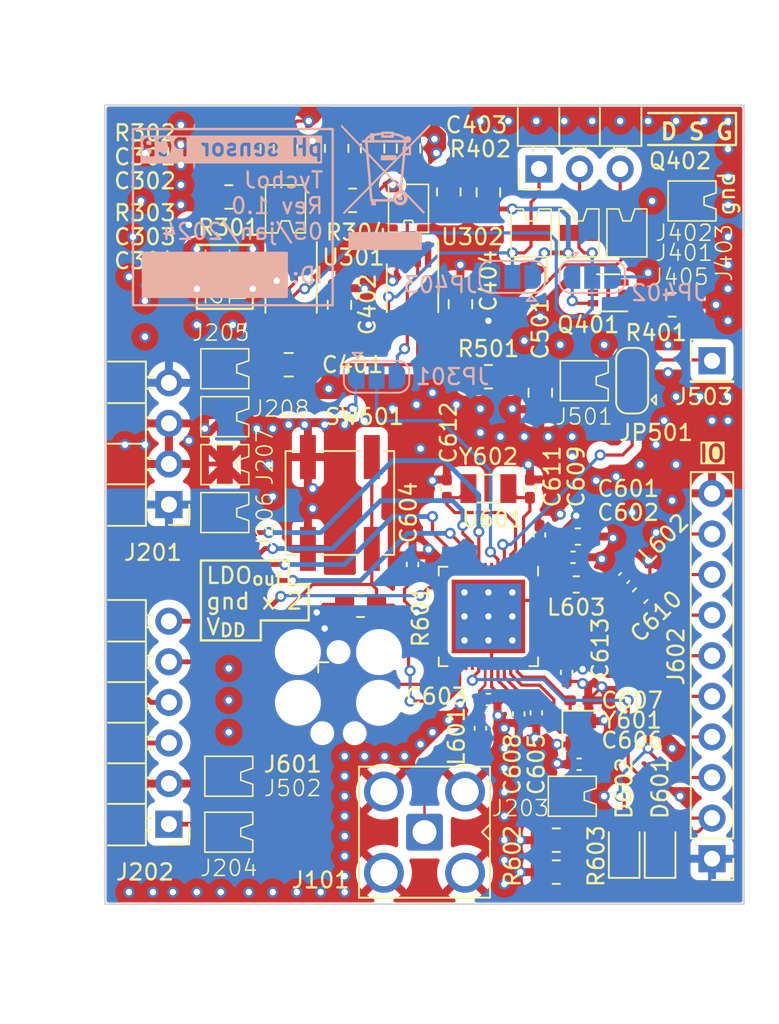
<source format=kicad_pcb>
(kicad_pcb (version 20221018) (generator pcbnew)
  (layers (0 "F.Cu" signal) (1 "In1.Cu" signal) (2 "In2.Cu" signal) (31 "B.Cu" signal) (34 "B.Paste" user) (35 "F.Paste" user) (36 "B.SilkS" user "B.Silkscreen") (37 "F.SilkS" user "F.Silkscreen") (38 "B.Mask" user) (39 "F.Mask" user) (44 "Edge.Cuts" user))
  (net 0 "")
  (net 1 "Net-(J302-Pin_1)")
  (net 2 "GND")
  (net 3 "/Filter/In")
  (net 4 "Net-(J401-Pin_1)")
  (net 5 "/P_{IN}/LDO_{OUT}")
  (net 6 "Net-(J501-Pin_1)")
  (net 7 "/Microcontroller/V_{DD}")
  (net 8 "Net-(U601-DEC3)")
  (net 9 "Net-(U601-DEC2)")
  (net 10 "Net-(U601-DEC1)")
  (net 11 "/P_{IN}/PWG-LDO")
  (net 12 "/P_{IN}/PWG-Vout")
  (net 13 "/P_{IN}/EH-ON")
  (net 14 "/P_{IN}/HBO-MCU")
  (net 15 "/Microcontroller/LDO_{EN}")
  (net 16 "Net-(J503-Pin_1)")
  (net 18 "/Filter/Out")
  (net 19 "Net-(L602-Pad2)")
  (net 20 "Net-(U601-DCC)")
  (net 21 "Net-(Q401A-E1)")
  (net 22 "/Microcontroller/V_{ref}")
  (net 41 "/Microcontroller/io_p024")
  (net 42 "/Microcontroller/io_p025")
  (net 43 "/Microcontroller/io_p026")
  (net 44 "/Microcontroller/io_p027")
  (net 45 "/Microcontroller/io_p028")
  (net 46 "/Microcontroller/io_p029")
  (net 47 "/Microcontroller/io_p030")
  (net 48 "/Microcontroller/io_p031")
  (net 49 "/Microcontroller/rf_out")
  (net 50 "/Microcontroller/osc_xc1")
  (net 51 "/Microcontroller/osc_xc2")
  (net 52 "/Microcontroller/dcdc_dec4")
  (net 53 "/Microcontroller/osc_xl1")
  (net 54 "/Microcontroller/osc_xl2")
  (net 55 "/Microcontroller/rf_ant")
  (net 56 "/Microcontroller/swd_io")
  (net 57 "/Microcontroller/swd_rst")
  (net 58 "/Microcontroller/swd_clk")
  (net 59 "Net-(J301-Pin_1)")
  (net 60 "/Reference/ref_1v1")
  (net 61 "/Reference/ref_0v5")
  (net 62 "Net-(JP402-A)")
  (net 63 "Net-(JP403-A)")
  (net 64 "/Sensor/V_{ref}")
  (net 65 "Net-(J402-Pin_1)")
  (net 66 "Net-(D601-K)")
  (net 67 "Net-(D602-K)")
  (footprint "Package_SO:MSOP-8_3x3mm_P0.65mm" (layer "F.Cu") (at 123.65 71.5 -90)
    (fp_text reference "U301")
    (fp_text value "LTC2064")
  )
  (footprint "Diode_SMD:D_0805_2012Metric_Pad1.15x1.40mm_HandSolder" (layer "F.Cu") (at 144.5 106.5 90)
    (fp_text reference "D602")
    (fp_text value "GREEN")
  )
  (footprint "Inductor_SMD:L_0402_1005Metric_Pad0.77x0.64mm_HandSolder" (layer "F.Cu") (at 144.5 89.595181 -135)
    (fp_text reference "L602")
    (fp_text value "15n")
  )
  (footprint "Connector:Tag-Connect_TC2030-IDC-FP_2x03_P1.27mm_Vertical" (layer "F.Cu") (at 126.615 96.77 -90)
    (fp_text reference "J601")
    (fp_text value "ISP")
  )
  (footprint "Capacitor_SMD:C_0402_1005Metric_Pad0.74x0.62mm_HandSolder" (layer "F.Cu") (at 141.6825 101.25 180)
    (fp_text reference "C606")
    (fp_text value "12p")
  )
  (footprint "testpoint_519x:Testpoint_519xTR" (layer "F.Cu") (at 148.75 67)
    (fp_text reference "J403")
    (fp_text value "GND")
  )
  (footprint "Package_DFN_QFN:QFN-48-1EP_6x6mm_P0.4mm_EP4.6x4.6mm_ThermalVias" (layer "F.Cu") (at 136 92 -90)
    (fp_text reference "U601")
    (fp_text value "nRF52810-QFxx")
  )
  (footprint "testpoint_519x:Testpoint_519xTR" (layer "F.Cu") (at 141.25 104.25)
    (fp_text reference "J203")
    (fp_text value "GND")
  )
  (footprint "Capacitor_SMD:C_0402_1005Metric_Pad0.74x0.62mm_HandSolder" (layer "F.Cu") (at 141.3 88.3)
    (fp_text reference "C602")
    (fp_text value "100n")
  )
  (footprint "Connector_Coaxial:SMA_Amphenol_901-143_Horizontal" (layer "F.Cu") (at 132 105.5 180)
    (fp_text reference "J101")
    (fp_text value "Conn_Coaxial")
    (fp_line (start 4.3 -4.5) (end -4.3 -4.5) (stroke (width 0.1)) (layer "Edge.Cuts"))
  )
  (footprint "Capacitor_SMD:C_0402_1005Metric_Pad0.74x0.62mm_HandSolder" (layer "F.Cu") (at 137.9 98.1 -90)
    (fp_text reference "C608")
    (fp_text value "DNP")
  )
  (footprint "Capacitor_SMD:C_0805_2012Metric_Pad1.18x1.45mm_HandSolder" (layer "F.Cu") (at 121 62.75 90)
    (fp_text reference "C301")
    (fp_text value "100n")
  )
  (footprint "Capacitor_SMD:C_0805_2012Metric_Pad1.18x1.45mm_HandSolder" (layer "F.Cu") (at 131 62.7125 90)
    (fp_text reference "C304")
    (fp_text value "10u")
  )
  (footprint "Resistor_SMD:R_0805_2012Metric_Pad1.20x1.40mm_HandSolder" (layer "F.Cu") (at 128 91.3)
    (fp_text reference "R601")
    (fp_text value "18k")
  )
  (footprint "Jumper:SolderJumper-3_P1.3mm_Open_RoundedPad1.0x1.5mm" (layer "F.Cu") (at 145 77.25 90)
    (fp_text reference "JP501")
    (fp_text value "SolderJumper_3_Open" hide)
  )
  (footprint "testpoint_519x:Testpoint_519xTR" (layer "F.Cu") (at 119.5 83.5)
    (fp_text reference "J207")
    (fp_text value "GND")
  )
  (footprint "Capacitor_SMD:C_0402_1005Metric_Pad0.74x0.62mm_HandSolder" (layer "F.Cu") (at 139 98.0325 -90)
    (fp_text reference "C605")
    (fp_text value "100p")
  )
  (footprint "Connector_PinHeader_2.54mm:PinHeader_1x06_P2.54mm_Horizontal" (layer "F.Cu") (at 116 105 180)
    (fp_text reference "J202")
    (fp_text value "control signals")
  )
  (footprint "Connector_PinHeader_2.54mm:PinHeader_1x04_P2.54mm_Horizontal" (layer "F.Cu") (at 116 85 180)
    (fp_text reference "J201")
    (fp_text value "PWR")
  )
  (footprint "Resistor_SMD:R_0805_2012Metric_Pad1.20x1.40mm_HandSolder" (layer "F.Cu") (at 126.5 62.7125 -90)
    (fp_text reference "R303")
    (fp_text value "R")
  )
  (footprint "Capacitor_SMD:C_0805_2012Metric_Pad1.18x1.45mm_HandSolder" (layer "F.Cu") (at 136 65.4625 -90)
    (fp_text reference "C403")
    (fp_text value "10u")
  )
  (footprint "Capacitor_SMD:C_0402_1005Metric_Pad0.74x0.62mm_HandSolder" (layer "F.Cu") (at 138.6 84 90)
    (fp_text reference "C611")
    (fp_text value "12p")
  )
  (footprint "Resistor_SMD:R_0805_2012Metric_Pad1.20x1.40mm_HandSolder" (layer "F.Cu") (at 136 77)
    (fp_text reference "R501")
    (fp_text value "11k")
  )
  (footprint "testpoint_519x:Testpoint_519xTR" (layer "F.Cu") (at 139.67 68 90)
    (fp_text reference "J402")
    (fp_text value "U_{DD}")
  )
  (footprint "Resistor_SMD:R_0805_2012Metric_Pad1.20x1.40mm_HandSolder" (layer "F.Cu") (at 127.5 65.9625)
    (fp_text reference "R304")
    (fp_text value "R")
  )
  (footprint "testpoint_519x:Testpoint_519xTR" (layer "F.Cu") (at 142 78.25)
    (fp_text reference "J501")
    (fp_text value "ADC")
  )
  (footprint "Capacitor_SMD:C_0402_1005Metric_Pad0.74x0.62mm_HandSolder" (layer "F.Cu") (at 140.9 95.5 -90)
    (fp_text reference "C613")
    (fp_text value "100n")
  )
  (footprint "Resistor_SMD:R_0805_2012Metric_Pad1.20x1.40mm_HandSolder" (layer "F.Cu") (at 147.5 72.5)
    (fp_text reference "R401")
    (fp_text value "4k7")
  )
  (footprint "Diode_SMD:D_0805_2012Metric_Pad1.15x1.40mm_HandSolder" (layer "F.Cu") (at 146.75 106.5 90)
    (fp_text reference "D601")
    (fp_text value "RED")
  )
  (footprint "testpoint_519x:Testpoint_519xTR" (layer "F.Cu") (at 145.67 68 90)
    (fp_text reference "J405")
    (fp_text value "Out")
  )
  (footprint "Package_SO:MSOP-8_3x3mm_P0.65mm" (layer "F.Cu") (at 131.25 71.4625 -90)
    (fp_text reference "U302")
    (fp_text value "LTC2064")
  )
  (footprint "Inductor_SMD:L_0603_1608Metric_Pad1.05x0.95mm_HandSolder" (layer "F.Cu") (at 141.5 90 180)
    (fp_text reference "L603")
    (fp_text value "10u")
  )
  (footprint "testpoint_519x:Testpoint_519xTR" (layer "F.Cu") (at 119.5 80.5)
    (fp_text reference "J208")
    (fp_text value "GND")
  )
  (footprint "Capacitor_SMD:C_0603_1608Metric_Pad1.08x0.95mm_HandSolder" (layer "F.Cu") (at 141.6 87)
    (fp_text reference "C601")
    (fp_text value "4u7")
  )
  (footprint "Inductor_SMD:L_0402_1005Metric_Pad0.77x0.64mm_HandSolder" (layer "F.Cu") (at 135.5 99 90)
    (fp_text reference "L601")
    (fp_text value "3n9")
  )
  (footprint "Button_Switch_SMD:SW_SPST_B3SL-1002P" (layer "F.Cu") (at 126.7 84.9 90)
    (fp_text reference "SW601")
    (fp_text value "SW_Push")
  )
  (footprint "Resistor_SMD:R_0805_2012Metric_Pad1.20x1.40mm_HandSolder" (layer "F.Cu") (at 140.25 108 180)
    (fp_text reference "R603")
    (fp_text value "5k1")
  )
  (footprint "testpoint_519x:Testpoint_519xTR" (layer "F.Cu") (at 142.67 68 90)
    (fp_text reference "J401")
    (fp_text value "U_{SS}")
  )
  (footprint "Capacitor_SMD:C_0805_2012Metric_Pad1.18x1.45mm_HandSolder" (layer "F.Cu") (at 123.5 76.25 180)
    (fp_text reference "C401")
    (fp_text value "TBD")
  )
  (footprint "Connector_PinHeader_2.54mm:PinHeader_1x01_P2.54mm_Vertical" (layer "F.Cu") (at 150 76)
    (fp_text reference "J503")
    (fp_text value "toDefboard")
  )
  (footprint "testpoint_519x:Testpoint_519xTR" (layer "F.Cu") (at 119.75 103)
    (fp_text reference "J502")
    (fp_text value "GND")
  )
  (footprint "Capacitor_SMD:C_0402_1005Metric_Pad0.74x0.62mm_HandSolder" (layer "F.Cu") (at 131.25 88.75 90)
    (fp_text reference "C604")
    (fp_text value "100n")
  )
  (footprint "Capacitor_SMD:C_0402_1005Metric_Pad0.74x0.62mm_HandSolder" (layer "F.Cu") (at 133.4 84 90)
    (fp_text reference "C612")
    (fp_text value "12p")
  )
  (footprint "testpoint_519x:Testpoint_519xTR" (layer "F.Cu") (at 122.3 66.5 -90)
    (fp_text reference "J302")
    (fp_text value "U_{ref}")
  )
  (footprint "Capacitor_SMD:C_0603_1608Metric_Pad1.08x0.95mm_HandSolder" (layer "F.Cu") (at 145.5 90.7 45)
    (fp_text reference "C610")
    (fp_text value "1u")
  )
  (footprint "Resistor_SMD:R_0805_2012Metric_Pad1.20x1.40mm_HandSolder" (layer "F.Cu") (at 118.75 62.75 90)
    (fp_text reference "R302")
    (fp_text value "R")
  )
  (footprint "Capacitor_SMD:C_0402_1005Metric_Pad0.74x0.62mm_HandSolder" (layer "F.Cu") (at 141.6825 97.25)
    (fp_text reference "C607")
    (fp_text value "12p")
  )
  (footprint "Capacitor_SMD:C_0402_1005Metric_Pad0.74x0.62mm_HandSolder" (layer "F.Cu") (at 136 97.2)
    (fp_text reference "C603")
    (fp_text value "0p8")
  )
  (footprint "Capacitor_SMD:C_0805_2012Metric_Pad1.18x1.45mm_HandSolder" (layer "F.Cu") (at 123.3 62.75 90)
    (fp_text reference "C302")
    (fp_text value "10u")
  )
  (footprint "Capacitor_SMD:C_0805_2012Metric_Pad1.18x1.45mm_HandSolder" (layer "F.Cu") (at 139.25 78 -90)
    (fp_text reference "C501")
    (fp_text value "1u")
  )
  (footprint "testpoint_519x:Testpoint_519xTR" (layer "F.Cu") (at 119.5 77.5)
    (fp_text reference "J205")
    (fp_text value "V_{DD}AN")
  )
  (footprint "Package_TO_SOT_SMD:SOT-363_SC-70-6" (layer "F.Cu") (at 143.5 71.75 180)
    (fp_text reference "Q401")
    (fp_text value "BC847BDW1")
  )
  (footprint "Capacitor_SMD:C_0805_2012Metric_Pad1.18x1.45mm_HandSolder" (layer "F.Cu") (at 128.75 62.7125 90)
    (fp_text reference "C303")
    (fp_text value "100n")
  )
  (footprint "Resistor_SMD:R_0805_2012Metric_Pad1.20x1.40mm_HandSolder" (layer "F.Cu") (at 133.52 65.4325 -90)
    (fp_text reference "R402")
    (fp_text value "56k")
  )
  (footprint "Resistor_SMD:R_0805_2012Metric_Pad1.20x1.40mm_HandSolder" (layer "F.Cu") (at 140.25 106 180)
    (fp_text reference "R602")
    (fp_text value "5k1")
  )
  (footprint "testpoint_519x:Testpoint_519xTR" (layer "F.Cu") (at 130 66.4625 -90)
    (fp_text reference "J301")
    (fp_text value "U_{ref}")
  )
  (footprint "testpoint_519x:Testpoint_519xTR" (layer "F.Cu") (at 119.5 86.5)
    (fp_text reference "J206")
    (fp_text value "V_{DD}MCU")
  )
  (footprint "Connector_PinHeader_2.54mm:PinHeader_1x03_P2.54mm_Horizontal" (layer "F.Cu") (at 139.17 64 90)
    (fp_text reference "Q402")
    (fp_text value "NMOS")
  )
  (footprint "Crystal:Crystal_SMD_2016-4Pin_2.0x1.6mm" (layer "F.Cu") (at 141.7825 99.25 -90)
    (fp_text reference "Y601")
    (fp_text value "Crystal_GND24")
  )
  (footprint "Capacitor_SMD:C_0402_1005Metric_Pad0.74x0.62mm_HandSolder" (layer "F.Cu") (at 139.2 86.9 90)
    (fp_text reference "C609")
    (fp_text value "100n")
  )
  (footprint "Resistor_SMD:R_0805_2012Metric_Pad1.20x1.40mm_HandSolder" (layer "F.Cu") (at 119.75 65.75 180)
    (fp_text reference "R301")
    (fp_text value "R")
  )
  (footprint "testpoint_519x:Testpoint_519xTR" (layer "F.Cu") (at 119.75 106.5)
    (fp_text reference "J204")
    (fp_text value "LDO_{EN}")
  )
  (footprint "Capacitor_SMD:C_0805_2012Metric_Pad1.18x1.45mm_HandSolder" (layer "F.Cu") (at 134.25 72.4625 90)
    (fp_text reference "C404")
    (fp_text value "100n")
  )
  (footprint "Crystal:Crystal_SMD_3215-2Pin_3.2x1.5mm" (layer "F.Cu") (at 136 84 180)
    (fp_text reference "Y602")
    (fp_text value "Crystal")
  )
  (footprint "Connector_PinHeader_2.54mm:PinHeader_1x10_P2.54mm_Vertical" (layer "F.Cu") (at 150 107.16 180)
    (fp_text reference "J602")
    (fp_text value "IO")
  )
  (footprint "Capacitor_SMD:C_0805_2012Metric_Pad1.18x1.45mm_HandSolder" (layer "F.Cu") (at 126.675 72.5 90)
    (fp_text reference "C402")
    (fp_text value "100n")
  )
  (footprint "Jumper:SolderJumper-3_P1.3mm_Open_RoundedPad1.0x1.5mm" (layer "B.Cu") (at 129 77)
    (fp_text reference "JP301")
    (fp_text value "J|T")
  )
  (footprint "Jumper:SolderJumper-3_P1.3mm_Open_RoundedPad1.0x1.5mm" (layer "B.Cu") (at 137.5 70.75 180)
    (fp_text reference "JP403")
    (fp_text value "J|T")
  )
  (footprint "Jumper:SolderJumper-3_P1.3mm_Open_RoundedPad1.0x1.5mm" (layer "B.Cu") (at 142.5 70.75)
    (fp_text reference "JP402")
    (fp_text value "J|T")
  )
  (gr_poly (pts (xy 131.832479 69.070719) (xy 127.233056 69.070719) (xy 127.233056 67.950724) (xy 131.832479 67.950724)) (fill solid) (layer "B.SilkS"))
  (gr_rect (start 114.375 69.25) (end 123.375 72) (stroke (width 0.15)) (fill solid) (layer "B.SilkS"))
  (gr_poly (pts (xy 130.491105 65.673458) (xy 130.498947 65.674054) (xy 130.506676 65.675036) (xy 130.514281 65.676394) (xy 130.521753 65.678119) (xy 130.529081 65.6802) (xy 130.536257 65.682628) (xy 130.54327 65.685394) (xy 130.550111 65.688487) (xy 130.55677 65.691897) (xy 130.563237 65.695616) (xy 130.569503 65.699633) (xy 130.575558 65.703939) (xy 130.581392 65.708524) (xy 130.586996 65.713378) (xy 130.59236 65.718492) (xy 130.597474 65.723856) (xy 130.602328 65.72946) (xy 130.606913 65.735294) (xy 130.611219 65.741349) (xy 130.615236 65.747615) (xy 130.618955 65.754082) (xy 130.622365 65.760741) (xy 130.625458 65.767582) (xy 130.628223 65.774595) (xy 130.630652 65.781771) (xy 130.632733 65.789099) (xy 130.634457 65.796571) (xy 130.635816 65.804176) (xy 130.636798 65.811905) (xy 130.637394 65.819747) (xy 130.637595 65.827694) (xy 130.637394 65.835641) (xy 130.636798 65.843484) (xy 130.635816 65.851212) (xy 130.634457 65.858817) (xy 130.632733 65.866288) (xy 130.630652 65.873616) (xy 130.628223 65.880791) (xy 130.625458 65.887804) (xy 130.622365 65.894645) (xy 130.618955 65.901303) (xy 130.615236 65.90777) (xy 130.611219 65.914035) (xy 130.606913 65.92009) (xy 130.602328 65.925923) (xy 130.597474 65.931527) (xy 130.59236 65.936889) (xy 130.586996 65.942003) (xy 130.581392 65.946856) (xy 130.575558 65.95144) (xy 130.569503 65.955746) (xy 130.563237 65.959762) (xy 130.55677 65.963481) (xy 130.550111 65.966891) (xy 130.54327 65.969983) (xy 130.536257 65.972748) (xy 130.529081 65.975176) (xy 130.521753 65.977257) (xy 130.514281 65.978981) (xy 130.506676 65.980339) (xy 130.498947 65.981321) (xy 130.491105 65.981917) (xy 130.483158 65.982118) (xy 130.475211 65.981917) (xy 130.467368 65.981321) (xy 130.45964 65.980339) (xy 130.452035 65.978981) (xy 130.444563 65.977257) (xy 130.437235 65.975176) (xy 130.430059 65.972748) (xy 130.423046 65.969983) (xy 130.416205 65.966891) (xy 130.409546 65.963481) (xy 130.403078 65.959762) (xy 130.396812 65.955746) (xy 130.390757 65.95144) (xy 130.384923 65.946856) (xy 130.379319 65.942002) (xy 130.373956 65.936889) (xy 130.368842 65.931526) (xy 130.363988 65.925923) (xy 130.359403 65.92009) (xy 130.355097 65.914035) (xy 130.35108 65.90777) (xy 130.347361 65.901303) (xy 130.34395 65.894644) (xy 130.340857 65.887804) (xy 130.338092 65.880791) (xy 130.335664 65.873616) (xy 130.333583 65.866288) (xy 130.331858 65.858817) (xy 130.3305 65.851212) (xy 130.329518 65.843484) (xy 130.328921 65.835641) (xy 130.32872 65.827694) (xy 130.328921 65.819747) (xy 130.329518 65.811905) (xy 130.3305 65.804176) (xy 130.331858 65.796571) (xy 130.333583 65.7891) (xy 130.335664 65.781771) (xy 130.338092 65.774595) (xy 130.340857 65.767582) (xy 130.34395 65.760741) (xy 130.347361 65.754082) (xy 130.35108 65.747615) (xy 130.355097 65.741349) (xy 130.359403 65.735294) (xy 130.363988 65.72946) (xy 130.368842 65.723856) (xy 130.373956 65.718492) (xy 130.379319 65.713378) (xy 130.384923 65.708524) (xy 130.390757 65.703939) (xy 130.396812 65.699633) (xy 130.403078 65.695616) (xy 130.409546 65.691897) (xy 130.416205 65.688487) (xy 130.423046 65.685394) (xy 130.430059 65.682628) (xy 130.437235 65.6802) (xy 130.444563 65.678119) (xy 130.452035 65.676394) (xy 130.45964 65.675036) (xy 130.467368 65.674054) (xy 130.475211 65.673458) (xy 130.483158 65.673257)) (fill solid) (layer "B.SilkS"))
  (gr_poly (pts (xy 132.34757 61.353378) (xy 131.133067 62.590477) (xy 131.158348 62.590477) (xy 131.158348 63.144012) (xy 130.796782 63.144012) (xy 130.603715 65.215541) (xy 132.031869 66.719631) (xy 131.937122 66.80955) (xy 130.934074 65.751455) (xy 130.935538 65.760783) (xy 130.936814 65.770172) (xy 130.9379 65.779621) (xy 130.938793 65.789128) (xy 130.939492 65.798691) (xy 130.939994 65.808307) (xy 130.940296 65.817976) (xy 130.940397 65.827694) (xy 130.939803 65.851224) (xy 130.938037 65.874445) (xy 130.935129 65.897328) (xy 130.931108 65.919845) (xy 130.926003 65.941966) (xy 130.919841 65.963664) (xy 130.912653 65.984909) (xy 130.904466 66.005673) (xy 130.89531 66.025926) (xy 130.885213 66.045641) (xy 130.874203 66.064788) (xy 130.86231 66.083339) (xy 130.849563 66.101265) (xy 130.835989 66.118538) (xy 130.821618 66.135128) (xy 130.806479 66.151007) (xy 130.790599 66.166146) (xy 130.774009 66.180516) (xy 130.756736 66.19409) (xy 130.73881 66.206837) (xy 130.720259 66.218729) (xy 130.701112 66.229739) (xy 130.681397 66.239835) (xy 130.661144 66.248991) (xy 130.64038 66.257178) (xy 130.619136 66.264366) (xy 130.597438 66.270527) (xy 130.575318 66.275632) (xy 130.552802 66.279653) (xy 130.529919 66.28256) (xy 130.506699 66.284326) (xy 130.483171 66.284921) (xy 130.450575 66.283777) (xy 130.418596 66.280397) (xy 130.387312 66.274857) (xy 130.356798 66.267235) (xy 130.327133 66.257607) (xy 130.298393 66.24605) (xy 130.270655 66.232642) (xy 130.243996 66.217459) (xy 130.218493 66.200578) (xy 130.194223 66.182076) (xy 130.171263 66.16203) (xy 130.14969 66.140517) (xy 130.129581 66.117613) (xy 130.111013 66.093397) (xy 130.094063 66.067944) (xy 130.078808 66.041332) (xy 128.960679 66.041332) (xy 128.960679 66.280185) (xy 128.666502 66.280185) (xy 128.666502 66.040723) (xy 128.663277 66.040188) (xy 128.660066 66.039495) (xy 128.656874 66.038647) (xy 128.653705 66.037651) (xy 128.650566 66.03651) (xy 128.647462 66.035229) (xy 128.644397 66.033814) (xy 128.641377 66.032269) (xy 128.635493 66.028809) (xy 128.629852 66.024888) (xy 128.624496 66.020543) (xy 128.619467 66.015815) (xy 128.614808 66.01074) (xy 128.610559 66.005358) (xy 128.606764 65.999707) (xy 128.605049 65.996793) (xy 128.603464 65.993826) (xy 128.602013 65.990811) (xy 128.600701 65.987753) (xy 128.599534 65.984657) (xy 128.598518 65.981527) (xy 128.597656 65.978369) (xy 128.596956 65.975187) (xy 128.596421 65.971986) (xy 128.596057 65.96877) (xy 128.533245 65.238692) (xy 126.974836 66.826099) (xy 126.881676 66.734554) (xy 128.498281 65.089467) (xy 128.679731 65.089467) (xy 128.747954 65.882595) (xy 130.029172 65.882595) (xy 130.028417 65.875829) (xy 130.02776 65.869033) (xy 130.027201 65.862209) (xy 130.026742 65.855358) (xy 130.026383 65.84848) (xy 130.026125 65.841576) (xy 130.02597 65.834647) (xy 130.025918 65.827694) (xy 130.245363 65.827694) (xy 130.245672 65.839931) (xy 130.246591 65.852007) (xy 130.248103 65.863907) (xy 130.250194 65.875617) (xy 130.252849 65.887121) (xy 130.256053 65.898405) (xy 130.259791 65.909454) (xy 130.264049 65.920253) (xy 130.268811 65.930786) (xy 130.274062 65.941039) (xy 130.279787 65.950997) (xy 130.285972 65.960645) (xy 130.292602 65.969969) (xy 130.299661 65.978952) (xy 130.307135 65.98758) (xy 130.315008 65.995839) (xy 130.323266 66.003712) (xy 130.331894 66.011186) (xy 130.340877 66.018246) (xy 130.3502 66.024876) (xy 130.359848 66.031061) (xy 130.369807 66.036787) (xy 130.38006 66.042039) (xy 130.390593 66.046801) (xy 130.401392 66.051059) (xy 130.412441 66.054797) (xy 130.423726 66.058002) (xy 130.435231 66.060657) (xy 130.446942 66.062748) (xy 130.458843 66.064261) (xy 130.47092 66.065179) (xy 130.483158 66.065488) (xy 130.495394 66.065179) (xy 130.50747 66.064261) (xy 130.51937 66.062748) (xy 130.53108 66.060657) (xy 130.542585 66.058002) (xy 130.553869 66.054797) (xy 130.564917 66.051059) (xy 130.575716 66.046801) (xy 130.586249 66.042039) (xy 130.596503 66.036787) (xy 130.606461 66.031061) (xy 130.616109 66.024876) (xy 130.625432 66.018246) (xy 130.634415 66.011186) (xy 130.643043 66.003712) (xy 130.651302 65.995839) (xy 130.659176 65.98758) (xy 130.66665 65.978952) (xy 130.673709 65.969969) (xy 130.680339 65.960645) (xy 130.686524 65.950997) (xy 130.69225 65.941039) (xy 130.697502 65.930786) (xy 130.702264 65.920253) (xy 130.706522 65.909454) (xy 130.710261 65.898405) (xy 130.713465 65.887121) (xy 130.71612 65.875617) (xy 130.718212 65.863907) (xy 130.719724 65.852007) (xy 130.720642 65.839931) (xy 130.720952 65.827694) (xy 130.720642 65.815457) (xy 130.719724 65.80338) (xy 130.718212 65.791478) (xy 130.71612 65.779768) (xy 130.713465 65.768263) (xy 130.710261 65.756978) (xy 130.706522 65.745929) (xy 130.702264 65.73513) (xy 130.697502 65.724597) (xy 130.69225 65.714343) (xy 130.686524 65.704385) (xy 130.680339 65.694737) (xy 130.673709 65.685414) (xy 130.66665 65.676431) (xy 130.659176 65.667803) (xy 130.651302 65.659545) (xy 130.643043 65.651671) (xy 130.634415 65.644198) (xy 130.625432 65.637139) (xy 130.616109 65.630509) (xy 130.606461 65.624324) (xy 130.596503 65.618599) (xy 130.586249 65.613347) (xy 130.575716 65.608586) (xy 130.564917 65.604328) (xy 130.553869 65.60059) (xy 130.542585 65.597386) (xy 130.53108 65.594731) (xy 130.51937 65.59264) (xy 130.50747 65.591127) (xy 130.495394 65.590209) (xy 130.483158 65.5899) (xy 130.47092 65.590209) (xy 130.458843 65.591127) (xy 130.446942 65.59264) (xy 130.435231 65.594731) (xy 130.423726 65.597386) (xy 130.412442 65.60059) (xy 130.401392 65.604328) (xy 130.390594 65.608586) (xy 130.38006 65.613347) (xy 130.369807 65.618599) (xy 130.359849 65.624324) (xy 130.350201 65.630509) (xy 130.340878 65.637139) (xy 130.331895 65.644198) (xy 130.323267 65.651671) (xy 130.315008 65.659545) (xy 130.307135 65.667803) (xy 130.299661 65.676431) (xy 130.292602 65.685414) (xy 130.285972 65.694737) (xy 130.279787 65.704385) (xy 130.274062 65.714343) (xy 130.268811 65.724597) (xy 130.264049 65.73513) (xy 130.259791 65.745929) (xy 130.256053 65.756978) (xy 130.252849 65.768263) (xy 130.250194 65.779768) (xy 130.248103 65.791478) (xy 130.246591 65.80338) (xy 130.245672 65.815457) (xy 130.245363 65.827694) (xy 130.025918 65.827694) (xy 130.026431 65.805844) (xy 130.027954 65.784259) (xy 130.030465 65.76296) (xy 130.03394 65.741972) (xy 130.038356 65.721318) (xy 130.043691 65.701019) (xy 130.049922 65.6811) (xy 130.057025 65.661583) (xy 130.064978 65.642491) (xy 130.073757 65.623847) (xy 130.08334 65.605675) (xy 130.093703 65.587996) (xy 130.104825 65.570835) (xy 130.116681 65.554213) (xy 130.129248 65.538155) (xy 130.142505 65.522683) (xy 130.156427 65.507819) (xy 130.170992 65.493588) (xy 130.186177 65.480011) (xy 130.201959 65.467112) (xy 130.218315 65.454914) (xy 130.235222 65.44344) (xy 130.252657 65.432713) (xy 130.270597 65.422755) (xy 130.289019 65.41359) (xy 130.3079 65.405241) (xy 130.327217 65.397731) (xy 130.346947 65.391082) (xy 130.367067 65.385318) (xy 130.387555 65.380462) (xy 130.408387 65.376536) (xy 130.42954 65.373563) (xy 130.442637 65.233056) (xy 129.507348 64.246452) (xy 128.679731 65.089467) (xy 128.498281 65.089467) (xy 128.518626 65.068763) (xy 128.358063 63.202181) (xy 128.517396 63.202181) (xy 128.665139 64.919671) (xy 129.416345 64.155223) (xy 129.596909 64.155223) (xy 130.458512 65.062638) (xy 130.637317 63.144012) (xy 130.619683 63.144012) (xy 130.619683 63.1134) (xy 129.596909 64.155223) (xy 129.416345 64.155223) (xy 129.418646 64.152882) (xy 128.517396 63.202181) (xy 128.358063 63.202181) (xy 128.342162 63.01733) (xy 126.784878 61.374598) (xy 126.784878 61.193689) (xy 128.324793 62.815479) (xy 128.284784 62.350382) (xy 128.44412 62.350382) (xy 128.5 63) (xy 129.508168 64.061773) (xy 130.104499 63.454951) (xy 129.263759 63.454951) (xy 129.263759 63.137451) (xy 130.236116 63.137451) (xy 130.236116 63.321005) (xy 130.550325 63.00127) (xy 130.810064 63.00127) (xy 131.019416 63.00127) (xy 131.019416 62.733247) (xy 130.992917 62.733247) (xy 130.81849 62.910914) (xy 130.810064 63.00127) (xy 130.550325 63.00127) (xy 130.619683 62.930692) (xy 130.619683 62.590504) (xy 130.688898 62.590504) (xy 130.711268 62.350382) (xy 128.44412 62.350382) (xy 128.284784 62.350382) (xy 128.284219 62.343806) (xy 128.092978 62.343806) (xy 128.092978 62.185056) (xy 128.26124 62.185056) (xy 128.860309 62.185056) (xy 130.705037 62.185056) (xy 130.697644 62.169307) (xy 130.689065 62.154082) (xy 130.679337 62.139371) (xy 130.6685 62.125167) (xy 130.656592 62.11146) (xy 130.643651 62.098242) (xy 130.629715 62.085505) (xy 130.614824 62.07324) (xy 130.599015 62.061438) (xy 130.582328 62.050091) (xy 130.5648 62.039189) (xy 130.546471 62.028725) (xy 130.50756 62.009074) (xy 130.465903 61.991069) (xy 130.421809 61.974641) (xy 130.375584 61.95972) (xy 130.327537 61.946239) (xy 130.277975 61.934127) (xy 130.227206 61.923316) (xy 130.175539 61.913736) (xy 130.12328 61.90532) (xy 130.070751 61.897999) (xy 130.070751 62.046163) (xy 129.290244 62.046163) (xy 129.290244 61.881302) (xy 129.237779 61.885588) (xy 129.184295 61.890741) (xy 129.130119 61.896829) (xy 129.075579 61.903917) (xy 129.021001 61.912071) (xy 128.966712 61.921359) (xy 128.913039 61.931845) (xy 128.860309 61.943598) (xy 128.860309 62.185056) (xy 128.26124 62.185056) (xy 128.261244 62.185043) (xy 128.43097 62.185043) (xy 128.589032 62.185043) (xy 128.589032 62.040594) (xy 128.575789 62.047993) (xy 128.562934 62.055596) (xy 128.550479 62.063407) (xy 128.538437 62.071428) (xy 128.526822 62.079661) (xy 128.515646 62.08811) (xy 128.504923 62.096777) (xy 128.494667 62.105665) (xy 128.484889 62.114776) (xy 128.475604 62.124114) (xy 128.466825 62.13368) (xy 128.458564 62.143479) (xy 128.450835 62.153511) (xy 128.44365 62.163781) (xy 128.437024 62.174291) (xy 128.43097 62.185043) (xy 128.261244 62.185043) (xy 128.262371 62.181643) (xy 128.263593 62.178091) (xy 128.264909 62.174405) (xy 128.266323 62.170587) (xy 128.267837 62.166642) (xy 128.269455 62.162572) (xy 128.271179 62.158382) (xy 128.273014 62.154074) (xy 128.284195 62.130257) (xy 128.296728 62.107289) (xy 128.310568 62.085155) (xy 128.325671 62.063841) (xy 128.341992 62.043332) (xy 128.359486 62.023611) (xy 128.378107 62.004666) (xy 128.397811 61.98648) (xy 128.418553 61.969039) (xy 128.440289 61.952328) (xy 128.462972 61.936331) (xy 128.48656 61.921035) (xy 128.511005 61.906424) (xy 128.536265 61.892482) (xy 128.562293 61.879197) (xy 128.589045 61.866551) (xy 128.589045 61.814627) (xy 129.448968 61.814627) (xy 129.448968 61.887413) (xy 129.911975 61.887413) (xy 129.911975 61.814627) (xy 129.448968 61.814627) (xy 128.589045 61.814627) (xy 128.589045 61.761631) (xy 128.860309 61.761631) (xy 128.860309 61.777863) (xy 128.913651 61.766366) (xy 128.967536 61.756187) (xy 129.021751 61.747253) (xy 129.07608 61.739493) (xy 129.130309 61.732835) (xy 129.184222 61.727207) (xy 129.237606 61.722538) (xy 129.290244 61.718755) (xy 129.290244 61.65589) (xy 130.070751 61.65589) (xy 130.070751 61.736351) (xy 130.176353 61.751578) (xy 130.22888 61.760907) (xy 130.280924 61.771471) (xy 130.332261 61.783341) (xy 130.382669 61.796585) (xy 130.431926 61.811274) (xy 130.479809 61.827477) (xy 130.526096 61.845264) (xy 130.570564 61.864703) (xy 130.61299 61.885866) (xy 130.653153 61.908821) (xy 130.690829 61.933638) (xy 130.725796 61.960386) (xy 130.757832 61.989136) (xy 130.786714 62.019956) (xy 130.794227 62.010917) (xy 130.802223 62.002311) (xy 130.81068 61.99416) (xy 130.819579 61.986484) (xy 130.828898 61.979304) (xy 130.838617 61.97264) (xy 130.848715 61.966512) (xy 130.859172 61.960943) (xy 130.869967 61.955951) (xy 130.881079 61.951558) (xy 130.892489 61.947785) (xy 130.904175 61.944651) (xy 130.916116 61.942178) (xy 130.928293 61.940386) (xy 130.940684 61.939296) (xy 130.953269 61.938928) (xy 130.964162 61.939203) (xy 130.974912 61.940021) (xy 130.985505 61.941367) (xy 130.995929 61.943228) (xy 131.00617 61.945591) (xy 131.016215 61.948443) (xy 131.02605 61.951771) (xy 131.035662 61.955561) (xy 131.045038 61.959799) (xy 131.054165 61.964474) (xy 131.063029 61.96957) (xy 131.071617 61.975076) (xy 131.079915 61.980977) (xy 131.087911 61.98726) (xy 131.095591 61.993913) (xy 131.102942 62.000921) (xy 131.109951 62.008272) (xy 131.116603 62.015952) (xy 131.122887 62.023948) (xy 131.128788 62.032247) (xy 131.134294 62.040835) (xy 131.13939 62.049699) (xy 131.144064 62.058826) (xy 131.148303 62.068202) (xy 131.152093 62.077814) (xy 131.15542 62.087649) (xy 131.158272 62.097694) (xy 131.160636 62.107935) (xy 131.162497 62.118358) (xy 131.163843 62.128952) (xy 131.164661 62.139702) (xy 131.164936 62.150594) (xy 131.164661 62.161486) (xy 131.163843 62.172235) (xy 131.162497 62.182827) (xy 131.160636 62.193251) (xy 131.158272 62.203491) (xy 131.15542 62.213535) (xy 131.152093 62.22337) (xy 131.148303 62.232982) (xy 131.144064 62.242357) (xy 131.13939 62.251484) (xy 131.134294 62.260348) (xy 131.128788 62.268936) (xy 131.122887 62.277235) (xy 131.116603 62.285231) (xy 131.109951 62.292911) (xy 131.102942 62.300263) (xy 131.095591 62.307271) (xy 131.087911 62.313924) (xy 131.079915 62.320208) (xy 131.071617 62.32611) (xy 131.063029 62.331616) (xy 131.054165 62.336713) (xy 131.045038 62.341387) (xy 131.035662 62.345626) (xy 131.02605 62.349416) (xy 131.016215 62.352744) (xy 131.00617 62.355597) (xy 130.995929 62.35796) (xy 130.985505 62.359822) (xy 130.974912 62.361168) (xy 130.964162 62.361986) (xy 130.953269 62.362261) (xy 130.947828 62.362193) (xy 130.942421 62.361988) (xy 130.937049 62.361649) (xy 130.931714 62.361177) (xy 130.926418 62.360574) (xy 130.921162 62.359842) (xy 130.915948 62.358981) (xy 130.910777 62.357995) (xy 130.905652 62.356883) (xy 130.900573 62.355649) (xy 130.895544 62.354293) (xy 130.890564 62.352818) (xy 130.885637 62.351224) (xy 130.880763 62.349514) (xy 130.875944 62.347689) (xy 130.871182 62.345751) (xy 130.848362 62.590491) (xy 130.95401 62.590491) (xy 132.34757 61.172377)) (fill solid) (layer "B.SilkS"))
  (gr_rect (start 113.75 61.5) (end 126.25 72.5254) (stroke (width 0.15)) (fill none) (layer "B.SilkS"))
  (gr_line (start 123.5 88.5) (end 123.5 90) (stroke (width 0.15)) (layer "F.SilkS"))
  (gr_line (start 121.75 93.5) (end 118 93.5) (stroke (width 0.15)) (layer "F.SilkS"))
  (gr_line (start 121.75 92.25) (end 121.75 93.5) (stroke (width 0.15)) (layer "F.SilkS"))
  (gr_line (start 123.5 90) (end 124.75 90) (stroke (width 0.15)) (layer "F.SilkS"))
  (gr_line (start 118 93.5) (end 118 88.5) (stroke (width 0.15)) (layer "F.SilkS"))
  (gr_line (start 118 88.5) (end 123.5 88.5) (stroke (width 0.15)) (layer "F.SilkS"))
  (gr_line (start 151.5 60.5) (end 146 60.5) (stroke (width 0.15)) (layer "F.SilkS"))
  (gr_line (start 124.75 90) (end 124.75 92.25) (stroke (width 0.15)) (layer "F.SilkS"))
  (gr_line (start 151.5 62.5) (end 151.5 60.5) (stroke (width 0.15)) (layer "F.SilkS"))
  (gr_line (start 139.67 69.75) (end 139.67 71) (stroke (width 0.15)) (layer "F.SilkS"))
  (gr_rect (start 117.75 68.75) (end 121.25 72.75) (stroke (width 0.15)) (fill none) (layer "F.SilkS"))
  (gr_line (start 124.75 92.25) (end 121.75 92.25) (stroke (width 0.15)) (layer "F.SilkS"))
  (gr_line (start 146 62.5) (end 151.5 62.5) (stroke (width 0.15)) (layer "F.SilkS"))
  (gr_line (start 152 60) (end 152 110) (stroke (width 0.1)) (layer "Edge.Cuts"))
  (gr_line (start 112 110) (end 112 60) (stroke (width 0.1)) (layer "Edge.Cuts"))
  (gr_line (start 127.5 110) (end 112 110) (stroke (width 0.1)) (layer "Edge.Cuts"))
  (gr_line (start 136.3 110) (end 136.6 110) (stroke (width 0.1)) (layer "Edge.Cuts"))
  (gr_line (start 136.6 110) (end 152 110) (stroke (width 0.1)) (layer "Edge.Cuts"))
  (gr_line (start 127.7 110) (end 127.5 110) (stroke (width 0.1)) (layer "Edge.Cuts"))
  (gr_line (start 112 60) (end 152 60) (stroke (width 0.1)) (layer "Edge.Cuts"))
  (gr_text "TychoJ\nRev 1.0\n05/jan/2024" (at 125.75 68.5) (layer "B.SilkS") (effects (font (size 1 1)) (justify left bottom mirror)))
  (gr_text "pH sensor PCB" (at 125.75 63.25) (layer "B.SilkS" knockout) (effects (font (size 1 1) (thickness 0.2) bold) (justify left bottom mirror)))
  (gr_text "ID:" (at 125.75 71.25) (layer "B.SilkS") (effects (font (size 1 1)) (justify left bottom mirror)))
  (gr_text "D S G" (at 146.67 62.25) (layer "F.SilkS") (effects (font (size 1 1) (thickness 0.2) bold) (justify left bottom)))
  (gr_text "LDO_{out}\ngnd x 2\nV_{DD}" (at 118.25 93.25) (layer "F.SilkS") (effects (font (size 1 1)) (justify left bottom)))
  (gr_text "IO" (at 149.11496 82.401224) (layer "F.SilkS" knockout) (effects (font (size 1 1) (thickness 0.2) bold) (justify left bottom)))
  (gr_text "gnd" (at 151.5 67 90) (layer "F.SilkS") (effects (font (size 1 1)) (justify left bottom)))
  (segment (start 123.325 66.525) (end 123.3 66.5) (width 0.2) (layer "F.Cu") (net 1))
  (segment (start 121 63.7875) (end 123.3 63.7875) (width 0.2) (layer "F.Cu") (net 1))
  (segment (start 118.75 63.75) (end 120.9625 63.75) (width 0.2) (layer "F.Cu") (net 1))
  (segment (start 120.9625 63.75) (end 121 63.7875) (width 0.2) (layer "F.Cu") (net 1))
  (segment (start 118.75 65.75) (end 118.75 63.75) (width 0.2) (layer "F.Cu") (net 1))
  (segment (start 123.325 69.3875) (end 123.325 66.525) (width 0.2) (layer "F.Cu") (net 1))
  (segment (start 123.3 63.7875) (end 123.3 66.5) (width 0.2) (layer "F.Cu") (net 1))
  (segment (start 143.2 98.55) (end 142.3325 98.55) (width 0.2) (layer "F.Cu") (net 2))
  (segment (start 117.54 102.46) (end 118 102) (width 0.3) (layer "F.Cu") (net 2))
  (segment (start 140.35 99.95) (end 140.3 100) (width 0.2) (layer "F.Cu") (net 2))
  (segment (start 118 102) (end 119.75 102) (width 0.3) (layer "F.Cu") (net 2))
  (segment (start 132.175 61.675) (end 131 61.675) (width 0.6) (layer "F.Cu") (net 2))
  (segment (start 133.4 83.4325) (end 132.5675 83.4325) (width 0.2) (layer "F.Cu") (net 2))
  (segment (start 130.275 69.35) (end 130.275 70.725) (width 0.2) (layer "F.Cu") (net 2))
  (segment (start 141.8675 88.3) (end 143 88.3) (width 0.2) (layer "F.Cu") (net 2))
  (segment (start 143.7 87) (end 143.8 87.1) (width 0.2) (layer "F.Cu") (net 2))
  (segment (start 124.0125 61) (end 123.3 61.7125) (width 0.2) (layer "F.Cu") (net 2))
  (segment (start 138.5 82.5) (end 138.5 83.3325) (width 0.2) (layer "F.Cu") (net 2))
  (segment (start 136.6 98.2) (end 136.5675 98.1675) (width 0.2) (layer "F.Cu") (net 2))
  (segment (start 141.2325 99.95) (end 140.35 99.95) (width 0.2) (layer "F.Cu") (net 2))
  (segment (start 136.5675 96.7675) (end 136.2 96.4) (width 0.2) (layer "F.Cu") (net 2))
  (segment (start 122.75 71) (end 122.675 70.925) (width 0.2) (layer "F.Cu") (net 2))
  (segment (start 128.5 65.9625) (end 128.5375 65.9625) (width 0.2) (layer "F.Cu") (net 2))
  (segment (start 134.25 71.425) (end 134.25 70) (width 0.2) (layer "F.Cu") (net 2))
  (segment (start 139.25 108) (end 138 108) (width 0.2) (layer "F.Cu") (net 2))
  (segment (start 126.637407 98.697407) (end 125.98 98.04) (width 0.2) (layer "F.Cu") (net 2))
  (segment (start 137 91) (end 136 92) (width 0.2) (layer "F.Cu") (net 2))
  (segment (start 128.5375 65.9625) (end 129.5 65) (width 0.2) (layer "F.Cu") (net 2))
  (segment (start 132.75 63) (end 132.75 62.25) (width 0.6) (layer "F.Cu") (net 2))
  (segment (start 124.7 85.55) (end 124.7 87.775) (width 0.2) (layer "F.Cu") (net 2))
  (segment (start 137.3325 98.6675) (end 137.9 98.6675) (width 0.2) (layer "F.Cu") (net 2))
  (segment (start 146.10988 90.09012) (end 146.10988 88.60988) (width 0.2) (layer "F.Cu") (net 2))
  (segment (start 117.9 79.5) (end 119.5 79.5) (width 0.3) (layer "F.Cu") (net 2))
  (segment (start 137.5375 79.0375) (end 137.5 79) (width 0.2) (layer "F.Cu") (net 2))
  (segment (start 137 99) (end 137.3325 98.6675) (width 0.2) (layer "F.Cu") (net 2))
  (segment (start 139 99.5) (end 139 98.6) (width 0.2) (layer "F.Cu") (net 2))
  (segment (start 139.25 79.0375) (end 137.5375 79.0375) (width 0.2) (layer "F.Cu") (net 2))
  (segment (start 136.2 94.95) (end 136.2 93.3) (width 0.2) (layer "F.Cu") (net 2))
  (segment (start 135.9 91.9) (end 136 92) (width 0.2) (layer "F.Cu") (net 2))
  (segment (start 119.46 82.46) (end 119.5 82.5) (width 0.3) (layer "F.Cu") (net 2))
  (segment (start 124.75 61) (end 124.0125 61) (width 0.2) (layer "F.Cu") (net 2))
  (segment (start 140.9 96.0675) (end 141.7675 96.0675) (width 0.2) (layer "F.Cu") (net 2))
  (segment (start 128.2125 71.4625) (end 128.25 71.5) (width 0.2) (layer "F.Cu") (net 2))
  (segment (start 129.5 65) (end 130 65) (width 0.2) (layer "F.Cu") (net 2))
  (segment (start 136.2 92.2) (end 135.9 91.9) (width 0.2) (layer "F.Cu") (net 2))
  (segment (start 131.25 88.1825) (end 131.866411 88.1825) (width 0.3) (layer "F.Cu") (net 2))
  (segment (start 127 100.75) (end 126.637407 100.387407) (width 0.2) (layer "F.Cu") (net 2))
  (segment (start 136.5675 97) (end 136.5675 96.7675) (width 0.2) (layer "F.Cu") (net 2))
  (segment (start 130.275 70.725) (end 130 71) (width 0.2) (layer "F.Cu") (net 2))
  (segment (start 126.675 71.4625) (end 128.2125 71.4625) (width 0.2) (layer "F.Cu") (net 2))
  (segment (start 128.75 61.675) (end 131 61.675) (width 0.6) (layer "F.Cu") (net 2))
  (segment (start 132.5675 83.4325) (end 132.5 83.5) (width 0.2) (layer "F.Cu") (net 2))
  (segment (start 116 79.92) (end 117.48 79.92) (width 0.3) (layer "F.Cu") (net 2))
  (segment (start 136.5675 98.1675) (end 136.5675 97.2) (width 0.2) (layer "F.Cu") (net 2))
  (segment (start 132.625 62.125) (end 132.175 61.675) (width 0.6) (layer "F.Cu") (net 2))
  (segment (start 143 88.3) (end 143.1 88.4) (width 0.2) (layer "F.Cu") (net 2))
  (segment (start 132.75 62.25) (end 132.625 62.125) (width 0.6) (layer "F.Cu") (net 2))
  (segment (start 139.2 85.8) (end 139.4 85.6) (width 0.2) (layer "F.Cu") (net 2))
  (segment (start 117.48 79.92) (end 117.9 79.5) (width 0.3) (layer "F.Cu") (net 2))
  (segment (start 148.5 72.5) (end 150.25 72.5) (width 0.2) (layer "F.Cu") (net 2))
  (segment (start 139.4 85.6) (end 140.5 85.6) (width 0.2) (layer "F.Cu") (net 2))
  (segment (start 125 85.25) (end 124.7 85.55) (width 0.2) (layer "F.Cu") (net 2))
  (segment (start 136.2 96.4) (end 136.2 94.95) (width 0.2) (layer "F.Cu") (net 2))
  (segment (start 138.9 99.6) (end 139 99.5) (width 0.2) (layer "F.Cu") (net 2))
  (segment (start 124.7 83.7) (end 125 84) (width 0.2) (layer "F.Cu") (net 2))
  (segment (start 142.25 97.25) (end 143.1 96.4) (width 0.2) (layer "F.Cu") (net 2))
  (segment (start 141.115 101.25) (end 140.35 101.25) (width 0.2) (layer "F.Cu") (net 2))
  (segment (start 139.25 106) (end 138 106) (width 0.2) (layer "F.Cu") (net 2))
  (segment (start 142.4625 87) (end 143.7 87) (width 0.2) (layer "F.Cu") (net 2))
  (segment (start 143.25 98.5) (end 143.2 98.55) (width 0.2) (layer "F.Cu") (net 2))
  (segment (start 140.35 101.25) (end 140.3 101.2) (width 0.2) (layer "F.Cu") (net 2))
  (segment (start 148.75 66) (end 146.25 66) (width 0.6) (layer "F.Cu") (net 2))
  (segment (start 146.10988 88.60988) (end 146 88.5) (width 0.2) (layer "F.Cu") (net 2))
  (segment (start 138.5 83.3325) (end 138.6 83.4325) (width 0.2) (layer "F.Cu") (net 2))
  (segment (start 141.7675 96.0675) (end 141.9 96.2) (width 0.2) (layer "F.Cu") (net 2))
  (segment (start 139.2 86.3325) (end 139.2 85.8) (width 0.2) (layer "F.Cu") (net 2))
  (segment (start 124.7 82.025) (end 124.7 83.7) (width 0.2) (layer "F.Cu") (net 2))
  (segment (start 143.25 103.25) (end 141.25 103.25) (width 0.2) (layer "F.Cu") (net 2))
  (segment (start 126.637407 100.387407) (end 126.637407 98.697407) (width 0.2) (layer "F.Cu") (net 2))
  (segment (start 136.2 93.3) (end 136.2 92.2) (width 0.2) (layer "F.Cu") (net 2))
  (segment (start 116 82.46) (end 119.46 82.46) (width 0.3) (layer "F.Cu") (net 2))
  (segment (start 116 102.46) (end 117.54 102.46) (width 0.3) (layer "F.Cu") (net 2))
  (segment (start 131.866411 88.1825) (end 132.25 87.798911) (width 0.3) (layer "F.Cu") (net 2))
  (segment (start 138.95 91) (end 137 91) (width 0.2) (layer "F.Cu") (net 2))
  (segment (start 122.675 70.925) (end 122.675 69.3875) (width 0.2) (layer "F.Cu") (net 2))
  (via (at 151 73.5) (size 0.7) (drill 0.4) (layers "F.Cu" "B.Cu") (net 2))
  (via (at 134 78.75) (size 0.7) (drill 0.4) (layers "F.Cu" "B.Cu") (net 2))
  (via (at 121.5 80.25) (size 0.7) (drill 0.4) (layers "F.Cu" "B.Cu") (net 2))
  (via (at 127 103.25) (size 0.7) (drill 0.4) (layers "F.Cu" "B.Cu") (net 2))
  (via (at 114.5 72.25) (size 0.7) (drill 0.4) (layers "F.Cu" "B.Cu") (net 2))
  (via (at 124 109.25) (size 0.7) (drill 0.4) (layers "F.Cu" "B.Cu") (net 2))
  (via (at 132.5 83.5) (size 0.7) (drill 0.4) (layers "F.Cu" "B.Cu") (net 2))
  (via (at 138 106) (size 0.7) (drill 0.4) (layers "F.Cu" "B.Cu") (net 2))
  (via (at 113.5 109.25) (size 0.7) (drill 0.4) (layers "F.Cu" "B.Cu") (net 2))
  (via (at 139 61) (size 0.7) (drill 0.4) (layers "F.Cu" "B.Cu") (net 2))
  (via (at 135.5 79) (size 0.7) (drill 0.4) (layers "F.Cu" "B.Cu") (net 2))
  (via (at 135.5 80.5) (size 0.7) (drill 0.4) (layers "F.Cu" "B.Cu") (net 2))
  (via (at 143.25 98.5) (size 0.7) (drill 0.4) (layers "F.Cu" "B.Cu") (net 2))
  (via (at 146.5 86.75) (size 0.7) (drill 0.4) (layers "F.Cu" "B.Cu") (net 2))
  (via (at 144 83.25) (size 0.7) (drill 0.4) (layers "F.Cu" "B.Cu") (net 2))
  (via (at 146 61) (size 0.7) (drill 0.4) (layers "F.Cu" "B.Cu") (net 2))
  (via (at 124.75 61) (size 0.7) (drill 0.4) (layers "F.Cu" "B.Cu") (net 2))
  (via (at 142.75 83.5) (size 0.7) (drill 0.4) (layers "F.Cu" "B.Cu") (net 2))
  (via (at 132.25 87.798911) (size 0.7) (drill 0.4) (layers "F.Cu" "B.Cu") (net 2))
  (via (at 116.75 62.5) (size 0.7) (drill 0.4) (layers "F.Cu" "B.Cu") (net 2))
  (via (at 147 79.75) (size 0.7) (drill 0.4) (layers "F.Cu" "B.Cu") (net 2))
  (via (at 141.25 80.75) (size 0.7) (drill 0.4) (layers "F.Cu" "B.Cu") (net 2))
  (via (at 114.25 66) (size 0.7) (drill 0.4) (layers "F.Cu" "B.Cu") (net 2))
  (via (at 150 79.75) (size 0.7) (drill 0.4) (layers "F.Cu" "B.Cu") (net 2))
  (via (at 140.3 101.2) (size 0.7) (drill 0.4) (layers "F.Cu" "B.Cu") (net 2))
  (via (at 151 68.25) (size 0.7) (drill 0.4) (layers "F.Cu" "B.Cu") (net 2))
  (via (at 119.75 95.25) (size 0.7) (drill 0.4) (layers "F.Cu" "B.Cu") (net 2))
  (via (at 114.5 74.5) (size 0.7) (drill 0.4) (layers "F.Cu" "B.Cu") (net 2))
  (via (at 147.75 61) (size 0.7) (drill 0.4) (layers "F.Cu" "B.Cu") (net 2))
  (via (at 144.25 61) (size 0.7) (drill 0.4) (layers "F.Cu" "B.Cu") (net 2))
  (via (at 126 77.75) (size 0.7) (drill 0.4) (layers "F.Cu" "B.Cu") (net 2))
  (via (at 121.25 71.5) (size 0.7) (drill 0.4) (layers "F.Cu" "B.Cu") (net 2))
  (via (at 151 79.75) (size 0.7) (drill 0.4) (layers "F.Cu" "B.Cu") (net 2))
  (via (at 143.1 88.4) (size 0.7) (drill 0.4) (layers "F.Cu" "B.Cu") (net 2))
  (via (at 130 65) (size 0.7) (drill 0.4) (layers "F.Cu" "B.Cu") (net 2))
  (via (at 140.3 100) (size 0.7) (drill 0.4) (layers "F.Cu" "B.Cu") (net 2))
  (via (at 140.5 75) (size 0.7) (drill 0.4) (layers "F.Cu" "B.Cu") (net 2))
  (via (at 131.75 81.5) (size 0.7) (drill 0.4) (layers "F.Cu" "B.Cu") (net 2))
  (via (at 140.5 85.6) (size 0.7) (drill 0.4) (layers "F.Cu" "B.Cu") (net 2))
  (via (at 143.25 75) (size 0.7) (drill 0.4) (layers "F.Cu" "B.Cu") (net 2))
  (via (at 143.8 87.1) (size 0.7) (drill 0.4) (layers "F.Cu" "B.Cu") (net 2))
  (via (at 146.25 66) (size 0.7) (drill 0.4) (layers "F.Cu" "B.Cu") (net 2))
  (via (at 116.75 65) (size 0.7) (drill 0.4) (layers "F.Cu" "B.Cu") (net 2))
  (via (at 132.625 62.125) (size 0.7) (drill 0.4) (layers "F.Cu" "B.Cu") (net 2))
  (via (at 125 85.25) (size 0.7) (drill 0.4) (layers "F.Cu" "B.Cu") (net 2))
  (via (at 116.75 61.25) (size 0.7) (drill 0.4) (layers "F.Cu" "B.Cu") (net 2))
  (via (at 147.75 78.25) (size 0.7) (drill 0.4) (layers "F.Cu" "B.Cu") (net 2))
  (via (at 147.5 84.75) (size 0.7) (drill 0.4) (layers "F.Cu" "B.Cu") (net 2))
  (via (at 137.25 61) (size 0.7) (drill 0.4) (layers "F.Cu" "B.Cu") (net 2))
  (via (at 138.5 82.5) (size 0.7) (drill 0.4) (layers "F.Cu" "B.Cu") (net 2))
  (via (at 132.5 78) (size 0.7) (drill 0.4) (layers "F.Cu" "B.Cu") (net 2))
  (via (at 143.25 103.25) (size 0.7) (drill 0.4) (layers "F.Cu" "B.Cu") (net 2))
  (via (at 136.75 80.75) (size 0.7) (drill 0.4) (layers "F.Cu" "B.Cu") (net 2))
  (via (at 151 62.75) (size 0.7) (drill 0.4) (layers "F.Cu" "B.Cu") (net 2))
  (via (at 127 107) (size 0.7) (drill 0.4) (layers "F.Cu" "B.Cu") (net 2))
  (via (at 122.75 71) (size 0.7) (drill 0.4) (layers "F.Cu" "B.Cu") (net 2))
  (via (at 138.9 99.6) (size 0.7) (drill 0.4) (layers "F.Cu" "B.Cu") (net 2))
  (via (at 151 64.5) (size 0.7) (drill 0.4) (layers "F.Cu" "B.Cu") (net 2))
  (via (at 127 109.25) (size 0.7) (drill 0.4) (layers "F.Cu" "B.Cu") (net 2))
  (via (at 147.5 100.25) (size 0.7) (drill 0.4) (layers "F.Cu" "B.Cu") (net 2))
  (via (at 113.75 68.25) (size 0.7) (drill 0.4) (layers "F.Cu" "B.Cu") (net 2))
  (via (at 114.5 63) (size 0.7) (drill 0.4) (layers "F.Cu" "B.Cu") (net 2))
  (via (at 120 73.75) (size 0.7) (drill 0.4) (layers "F.Cu" "B.Cu") (net 2))
  (via (at 125.75 80) (size 0.7) (drill 0.4) (layers "F.Cu" "B.Cu") (net 2))
  (via (at 131.5 78.75) (size 0.7) (drill 0.4) (layers "F.Cu" "B.Cu") (net 2))
  (via (at 136.6 98.2) (size 0.7) (drill 0.4) (layers "F.Cu" "B.Cu") (net 2))
  (via (at 122.5 80.25) (size 0.7) (drill 0.4) (layers "F.Cu" "B.Cu") (net 2))
  (via (at 137 103) (size 0.7) (drill 0.4) (layers "F.Cu" "B.Cu") (net 2))
  (via (at 115 109.25) (size 0.7) (drill 0.4) (layers "F.Cu" "B.Cu") (net 2))
  (via (at 145.5 82.5) (size 0.7) (drill 0.4) (layers "F.Cu" "B.Cu") (net 2))
  (via (at 151 61) (size 0.7) (drill 0.4) (layers "F.Cu" "B.Cu") (net 2))
  (via (at 127 100.75) (size 0.7) (drill 0.4) (layers "F.Cu" "B.Cu") (net 2))
  (via (at 125 84) (size 0.7) (drill 0.4) (layers "F.Cu" "B.Cu") (net 2))
  (via (at 137 99) (size 0.7) (drill 0.4) (layers "F.Cu" "B.Cu") (net 2))
  (via (at 114.5 81.25) (size 0.7) (drill 0.4) (layers "F.Cu" "B.Cu") (net 2))
  (via (at 117.75 109.25) (size 0.7) (drill 0.4) (layers "F.Cu" "B.Cu") (net 2))
  (via (at 130.75 100.75) (size 0.7) (drill 0.4) (layers "F.Cu" "B.Cu") (net 2))
  (via (at 140.75 61) (size 0.7) (drill 0.4) (layers "F.Cu" "B.Cu") (net 2))
  (via (at 137 104.5) (size 0.7) (drill 0.4) (layers "F.Cu" "B.Cu") (net 2))
  (via (at 122.25 82.5) (size 0.7) (drill 0.4) (layers "F.Cu" "B.Cu") (net 2))
  (via (at 133.5 98.5) (size 0.7) (drill 0.4) (layers "F.Cu" "B.Cu") (net 2))
  (via (at 117.75 69) (size 0.7) (drill 0.4) (layers "F.Cu" "B.Cu") (net 2))
  (via (at 130 79) (size 0.7) (drill 0.4) (layers "F.Cu" "B.Cu") (net 2))
  (via (at 151 71.5) (size 0.7) (drill 0.4) (layers "F.Cu" "B.Cu") (net 2))
  (via (at 116.75 66.25) (size 0.7) (drill 0.4) (layers "F.Cu" "B.Cu") (net 2))
  (via (at 129.5 100.75) (size 0.7) (drill 0.4) (layers "F.Cu" "B.Cu") (net 2))
  (via (at 113.25 81.25) (size 0.7) (drill 0.4) (layers "F.Cu" "B.Cu") (net 2))
  (via (at 117.75 73.75) (size 0.7) (drill 0.4) (layers "F.Cu" "B.Cu") (net 2))
  (via (at 139.25 73.25) (size 0.7) (drill 0.4) (layers "F.Cu" "B.Cu") (net 2))
  (via (at 134.25 70) (size 0.7) (drill 0.4) (layers "F.Cu" "B.Cu") (net 2))
  (via (at 151 78.25) (size 0.7) (drill 0.4) (layers "F.Cu" "B.Cu") (net 2))
  (via (at 128.25 71.5) (size 0.7) (drill 0.4) (layers "F.Cu" "B.Cu") (net 2))
  (via (at 131.75 100) (size 0.7) (drill 0.4) (layers "F.Cu" "B.Cu") (net 2))
  (via (at 127 105.75) (size 0.7) (drill 0.4) (layers "F.Cu" "B.Cu") (net 2))
  (via (at 151 70) (size 0.7) (drill 0.4) (layers "F.Cu" "B.Cu") (net 2))
  (via (at 130 71) (size 0.7) (drill 0.4) (layers "F.Cu" "B.Cu") (net 2))
  (via (at 127 104.5) (size 0.7) (drill 0.4) (layers "F.Cu" "B.Cu") (net 2))
  (via (at 137 106) (size 0.7) (drill 0.4) (layers "F.Cu" "B.Cu") (net 2))
  (via (at 137.5 79) (size 0.7) (drill 0.4) (layers "F.Cu" "B.Cu") (net 2))
  (via (at 146 88.5) (size 0.7) (drill 0.4) (layers "F.Cu" "B.Cu") (net 2))
  (via (at 141.9 96.2) (size 0.7) (drill 0.4) (layers "F.Cu" "B.Cu") (net 2))
  (via (at 116.75 63.75) (size 0.7) (drill 0.4) (layers "F.Cu" "B.Cu") (net 2))
  (via (at 123.5 80) (size 0.7) (drill 0.4) (layers "F.Cu" "B.Cu") (net 2))
  (via (at 134.25 97.5) (size 0.7) (drill 0.4) (layers "F.Cu" "B.Cu") (net 2))
  (via (at 132.75 63) (size 0.7) (drill 0.4) (layers "F.Cu" "B.Cu") (net 2))
  (via (at 137 101.5) (size 0.7) (drill 0.4) (layers "F.Cu" "B.Cu") (net 2))
  (via (at 139.75 80.75) (size 0.7) (drill 0.4) (layers "F.Cu" "B.Cu") (net 2))
  (via (at 143.1 96.4) (size 0.7) (drill 0.4) (layers "F.Cu" "B.Cu") (net 2))
  (via (at 151 66.25) (size 0.7) (drill 0.4) (layers "F.Cu" "B.Cu") (net 2))
  (via (at 137 100.25) (size 0.7) (drill 0.4) (layers "F.Cu" "B.Cu") (net 2))
  (via (at 141.25 82) (size 0.7) (drill 0.4) (layers "F.Cu" "B.Cu") (net 2))
  (via (at 138.25 80.75) (size 0.7) (drill 0.4) (layers "F.Cu" "B.Cu") (net 2))
  (via (at 113.5 70.75) (size 0.7) (drill 0.4) (layers "F.Cu" "B.Cu") (net 2))
  (via (at 138.25 74.75) (size 0.7) (drill 0.4) (layers "F.Cu" "B.Cu") (net 2))
  (via (at 118.25 80.25) (size 0.7) (drill 0.4) (layers "F.Cu" "B.Cu") (net 2))
  (via (at 137 108.75) (size 0.7) (drill 0.4) (layers "F.Cu" "B.Cu") (net 2))
  (via (at 121.25 69) (size 0.7) (drill 0.4) (layers "F.Cu" "B.Cu") (net 2))
  (via (at 117.25 81) (size 0.7) (drill 0.4) (layers "F.Cu" "B.Cu") (net 2))
  (via (at 122.5 84.5) (size 0.7) (drill 0.4) (layers "F.Cu" "B.Cu") (net 2))
  (via (at 135.5 61) (size 0.7) (drill 0.4) (layers "F.Cu" "B.Cu") (net 2))
  (via (at 142.5 61) (size 0.7) (drill 0.4) (layers "F.Cu" "B.Cu") (net 2))
  (via (at 117.75 71.5) (size 0.7) (drill 0.4) (layers "F.Cu" "B.Cu") (net 2))
  (via (at 147.25 75) (size 0.7) (drill 0.4) (layers "F.Cu" "B.Cu") (net 2))
  (via (at 146.5 81.25) (size 0.7) (drill 0.4) (layers "F.Cu" "B.Cu") (net 2))
  (via (at 149.25 78.25) (size 0.7) (drill 0.4) (layers "F.Cu" "B.Cu") (net 2))
  (via (at 122.5 109.25) (size 0.7) (drill 0.4) (layers "F.Cu" "B.Cu") (net 2))
  (via (at 138 108) (size 0.7) (drill 0.4) (layers "F.Cu" "B.Cu") (net 2))
  (via (at 121 109.25) (size 0.7) (drill 0.4) (layers "F.Cu" "B.Cu") (net 2))
  (via (at 148 103.25) (size 0.7) (drill 0.4) (layers "F.Cu" "B.Cu") (net 2))
  (via (at 116.25 109.25) (size 0.7) (drill 0.4) (layers "F.Cu" "B.Cu") (net 2))
  (via (at 125.5 109.25) (size 0.7) (drill 0.4) (layers "F.Cu" "B.Cu") (net 2))
  (via (at 150.25 72.5) (size 0.7) (drill 0.4) (layers "F.Cu" "B.Cu") (net 2))
  (via (at 127 80) (size 0.7) (drill 0.4) (layers "F.Cu" "B.Cu") (net 2))
  (via (at 149.5 61) (size 0.7) (drill 0.4) (layers "F.Cu" "B.Cu") (net 2))
  (via (at 124.5 80) (size 0.7) (drill 0.4) (layers "F.Cu" "B.Cu") (net 2))
  (via (at 127 108.25) (size 0.7) (drill 0.4) (layers "F.Cu" "B.Cu") (net 2))
  (via (at 132.5 99.25) (size 0.7) (drill 0.4) (layers "F.Cu" "B.Cu") (net 2))
  (via (at 119.75 99.25) (size 0.7) (drill 0.4) (layers "F.Cu" "B.Cu") (net 2))
  (via (at 119.75 97.25) (size 0.7) (drill 0.4) (layers "F.Cu" "B.Cu") (net 2))
  (via (at 147.25 76.75) (size 0.7) (drill 0.4) (layers "F.Cu" "B.Cu") (net 2))
  (via (at 145 85.5) (size 0.7) (drill 0.4) (layers "F.Cu" "B.Cu") (net 2))
  (via (at 128.25 79.75) (size 0.7) (drill 0.4) (layers "F.Cu" "B.Cu") (net 2))
  (via (at 146 70.5) (size 0.7) (drill 0.4) (layers "F.Cu" "B.Cu") (net 2))
  (via (at 137 107.25) (size 0.7) (drill 0.4) (layers "F.Cu" "B.Cu") (net 2))
  (via (at 119.25 109.25) (size 0.7) (drill 0.4) (layers "F.Cu" "B.Cu") (net 2))
  (via (at 127 102) (size 0.7) (drill 0.4) (layers "F.Cu" "B.Cu") (net 2))
  (via (at 147.75 82.5) (size 0.7) (drill 0.4) (layers "F.Cu" "B.Cu") (net 2))
  (via (at 128.25 100.75) (size 0.7) (drill 0.4) (layers "F.Cu" "B.Cu") (net 2))
  (segment (start 145.75 70.75) (end 146 70.5) (width 0.2) (layer "B.Cu") (net 2))
  (segment (start 143.8 70.75) (end 145.75 70.75) (width 0.2) (layer "B.Cu") (net 2))
  (segment (start 144.25 64) (end 144.25 65.5) (width 0.2) (layer "F.Cu") (net 3))
  (segment (start 133.75 77) (end 135 77) (width 0.2) (layer "F.Cu") (net 3))
  (segment (start 144.25 65.5) (end 144.67 65.92) (width 0.2) (layer "F.Cu") (net 3))
  (segment (start 131.575 73.575) (end 131.575 76.25) (width 0.2) (layer "F.Cu") (net 3))
  (segment (start 123.975 74.475) (end 124.5375 75.0375) (width 0.2) (layer "F.Cu") (net 3))
  (segment (start 135 75.75) (end 140.75 70) (width 0.2) (layer "F.Cu") (net 3))
  (segment (start 131.575 76.25) (end 131 76.25) (width 0.2) (layer "F.Cu") (net 3))
  (segment (start 124.5375 75.0375) (end 124.5375 76.25) (width 0.2) (layer "F.Cu") (net 3))
  (segment (start 133 76.25) (end 133.75 77) (width 0.2) (layer "F.Cu") (net 3))
  (segment (start 135 77) (end 135 75.75) (width 0.2) (layer "F.Cu") (net 3))
  (segment (start 131 76.25) (end 133 76.25) (width 0.2) (layer "F.Cu") (net 3))
  (segment (start 140.75 70) (end 144 70) (width 0.2) (layer "F.Cu") (net 3))
  (segment (start 124.5375 76.25) (end 131 76.25) (width 0.2) (layer "F.Cu") (net 3))
  (segment (start 123.975 73.6125) (end 123.975 74.475) (width 0.2) (layer "F.Cu") (net 3))
  (segment (start 144.67 69.33) (end 144.67 68) (width 0.2) (layer "F.Cu") (net 3))
  (segment (start 144.67 65.92) (end 144.67 68) (width 0.2) (layer "F.Cu") (net 3))
  (segment (start 144 70) (end 144.67 69.33) (width 0.2) (layer "F.Cu") (net 3))
  (segment (start 124.5 71.5) (end 124.25 71.5) (width 0.2) (layer "F.Cu") (net 4))
  (segment (start 141.71 64) (end 141.71 67.96) (width 0.2) (layer "F.Cu") (net 4))
  (segment (start 141.67 68.92) (end 142 69.25) (width 0.2) (layer "F.Cu") (net 4))
  (segment (start 124.25 71.5) (end 123.325 72.425) (width 0.2) (layer "F.Cu") (net 4))
  (segment (start 123.325 74.425) (end 122.4625 75.2875) (width 0.2) (layer "F.Cu") (net 4))
  (segment (start 141.67 68) (end 141.67 68.92) (width 0.2) (layer "F.Cu") (net 4))
  (segment (start 123.325 73.6125) (end 123.325 74.425) (width 0.2) (layer "F.Cu") (net 4))
  (segment (start 141.71 67.96) (end 141.67 68) (width 0.2) (layer "F.Cu") (net 4))
  (segment (start 123.325 72.425) (end 123.325 73.6125) (width 0.2) (layer "F.Cu") (net 4))
  (segment (start 142 69.25) (end 142.5 69.25) (width 0.2) (layer "F.Cu") (net 4))
  (segment (start 122.4625 75.2875) (end 122.4625 76.25) (width 0.2) (layer "F.Cu") (net 4))
  (via (at 142.5 69.25) (size 0.7) (drill 0.4) (layers "F.Cu" "B.Cu") (net 4))
  (via (at 124.5 71.5) (size 0.7) (drill 0.4) (layers "F.Cu" "B.Cu") (net 4))
  (segment (start 140.75 73.25) (end 142 73.25) (width 0.2) (layer "B.Cu") (net 4))
  (segment (start 128.25 68) (end 139.75 68) (width 0.2) (layer "B.Cu") (net 4))
  (segment (start 139.75 68) (end 140.25 68.5) (width 0.2) (layer "B.Cu") (net 4))
  (segment (start 140.25 72.75) (end 140.75 73.25) (width 0.2) (layer "B.Cu") (net 4))
  (segment (start 142.5 69.25) (end 142.5 70.75) (width 0.2) (layer "B.Cu") (net 4))
  (segment (start 124.5 71.5) (end 124.75 71.5) (width 0.2) (layer "B.Cu") (net 4))
  (segment (start 140.25 68.5) (end 140.25 72.75) (width 0.2) (layer "B.Cu") (net 4))
  (segment (start 142 73.25) (end 142.5 72.75) (width 0.2) (layer "B.Cu") (net 4))
  (segment (start 124.75 71.5) (end 128.25 68) (width 0.2) (layer "B.Cu") (net 4))
  (segment (start 142.5 72.75) (end 142.5 70.75) (width 0.2) (layer "B.Cu") (net 4))
  (segment (start 127 60.5) (end 126.5 61) (width 0.3) (layer "F.Cu") (net 5))
  (segment (start 135.9925 64.4325) (end 136 64.425) (width 0.3) (layer "F.Cu") (net 5))
  (segment (start 126.5 61.7125) (end 125.5375 61.7125) (width 0.3) (layer "F.Cu") (net 5))
  (segment (start 133.52 64.4325) (end 133.52 63.48) (width 0.3) (layer "F.Cu") (net 5))
  (segment (start 125.5375 61.7125) (end 125 62.25) (width 0.3) (layer "F.Cu") (net 5))
  (segment (start 134 61.5) (end 133 60.5) (width 0.3) (layer "F.Cu") (net 5))
  (segment (start 133.52 63.48) (end 134 63) (width 0.3) (layer "F.Cu") (net 5))
  (segment (start 117.37 77.38) (end 118.25 76.5) (width 0.3) (layer "F.Cu") (net 5))
  (segment (start 116 77.38) (end 117.37 77.38) (width 0.3) (layer "F.Cu") (net 5))
  (segment (start 133.52 64.4325) (end 135.9925 64.4325) (width 0.3) (layer "F.Cu") (net 5))
  (segment (start 133 60.5) (end 127 60.5) (width 0.3) (layer "F.Cu") (net 5))
  (segment (start 119 67.5) (end 120.75 65.75) (width 0.3) (layer "F.Cu") (net 5))
  (segment (start 134.25 73.5) (end 136 73.5) (width 0.3) (layer "F.Cu") (net 5))
  (segment (start 116 68.75) (end 116 77.38) (width 0.3) (layer "F.Cu") (net 5))
  (segment (start 124.625 73.6125) (end 126.6 73.6125) (width 0.3) (layer "F.Cu") (net 5))
  (segment (start 117.25 67.5) (end 119 67.5) (width 0.3) (layer "F.Cu") (net 5))
  (segment (start 126.5 61) (end 126.5 61.7125) (width 0.3) (layer "F.Cu") (net 5))
  (segment (start 128.5 73.75) (end 126.8875 73.75) (width 0.3) (layer "F.Cu") (net 5))
  (segment (start 134.175 73.575) (end 134.25 73.5) (width 0.3) (layer "F.Cu") (net 5))
  (segment (start 118.25 76.5) (end 119.5 76.5) (width 0.3) (layer "F.Cu") (net 5))
  (segment (start 117.25 67.5) (end 116 68.75) (width 0.3) (layer "F.Cu") (net 5))
  (segment (start 126.8875 73.75) (end 126.675 73.5375) (width 0.3) (layer "F.Cu") (net 5))
  (segment (start 132.225 73.575) (end 134.175 73.575) (width 0.3) (layer "F.Cu") (net 5))
  (segment (start 134 63) (end 134 61.5) (width 0.3) (layer "F.Cu") (net 5))
  (segment (start 126.6 73.6125) (end 126.675 73.5375) (width 0.3) (layer "F.Cu") (net 5))
  (via (at 117.25 67.5) (size 0.7) (drill 0.4) (layers "F.Cu" "B.Cu") (net 5))
  (via (at 136 73.5) (size 0.7) (drill 0.4) (layers "F.Cu" "B.Cu") (net 5))
  (via (at 128.5 73.75) (size 0.7) (drill 0.4) (layers "F.Cu" "B.Cu") (net 5))
  (via (at 125 62.25) (size 0.7) (drill 0.4) (layers "F.Cu" "B.Cu") (net 5))
  (segment (start 125 66) (end 125 62.25) (width 0.3) (layer "B.Cu") (net 5))
  (segment (start 117.25 67.5) (end 123.5 67.5) (width 0.3) (layer "B.Cu") (net 5))
  (segment (start 129 74.75) (end 116.75 74.75) (width 0.3) (layer "B.Cu") (net 5))
  (segment (start 136.2 70.75) (end 136.2 73.3) (width 0.3) (layer "B.Cu") (net 5))
  (segment (start 116.75 74.75) (end 116 75.5) (width 0.3) (layer "B.Cu") (net 5))
  (segment (start 136.2 73.3) (end 136 73.5) (width 0.3) (layer "B.Cu") (net 5))
  (segment (start 123.5 67.5) (end 125 66) (width 0.3) (layer "B.Cu") (net 5))
  (segment (start 128.5 74.75) (end 128.5 73.75) (width 0.3) (layer "B.Cu") (net 5))
  (segment (start 129.75 74) (end 129 74.75) (width 0.3) (layer "B.Cu") (net 5))
  (segment (start 136 73.5) (end 135.5 74) (width 0.3) (layer "B.Cu") (net 5))
  (segment (start 135.5 74) (end 129.75 74) (width 0.3) (layer "B.Cu") (net 5))
  (segment (start 116 75.5) (end 116 77.38) (width 0.3) (layer "B.Cu") (net 5))
  (segment (start 140.4625 76.9625) (end 140.75 77.25) (width 0.2) (layer "F.Cu") (net 6))
  (segment (start 137 77) (end 139.2125 77) (width 0.2) (layer "F.Cu") (net 6))
  (segment (start 139.2125 77) (end 139.25 76.9625) (width 0.2) (layer "F.Cu") (net 6))
  (segment (start 139.25 76.9625) (end 140.4625 76.9625) (width 0.2) (layer "F.Cu") (net 6))
  (segment (start 140.75 77.25) (end 142 77.25) (width 0.2) (layer "F.Cu") (net 6))
  (segment (start 145 77.25) (end 142 77.25) (width 0.2) (layer "F.Cu") (net 6))
  (segment (start 140.7375 86.4625) (end 141.4 85.8) (width 0.2) (layer "F.Cu") (net 7))
  (segment (start 131.25 89.78375) (end 131.25 89.3175) (width 0.2) (layer "F.Cu") (net 7))
  (segment (start 125.7 91.3) (end 127 91.3) (width 0.3) (layer "F.Cu") (net 7))
  (segment (start 140.7375 88.295) (end 140.7325 88.3) (width 0.2) (layer "F.Cu") (net 7))
  (segment (start 116 85) (end 117.5 85) (width 0.3) (layer "F.Cu") (net 7))
  (segment (start 138.2 94.95) (end 140.8825 94.95) (width 0.2) (layer "F.Cu") (net 7))
  (segment (start 125.7197 92.7803) (end 125.7197 95.2397) (width 0.3) (layer "F.Cu") (net 7))
  (segment (start 141.5325 94.9325) (end 140.9 94.9325) (width 0.2) (layer "F.Cu") (net 7))
  (segment (start 117.5 85) (end 118 85.5) (width 0.3) (layer "F.Cu") (net 7))
  (segment (start 138.95 89.8) (end 138.95 89.25) (width 0.2) (layer "F.Cu") (net 7))
  (segment (start 133.05 89.55) (end 132.8175 89.3175) (width 0.2) (layer "F.Cu") (net 7))
  (segment (start 141.4 85.8) (end 141.5 85.7) (width 0.2) (layer "F.Cu") (net 7))
  (segment (start 118 85.5) (end 119.5 85.5) (width 0.3) (layer "F.Cu") (net 7))
  (segment (start 130.75 91.027818) (end 130.75 90.28375) (width 0.2) (layer "F.Cu") (net 7))
  (segment (start 138.95 89.25) (end 139.9 88.3) (width 0.2) (layer "F.Cu") (net 7))
  (segment (start 140.7375 87) (end 140.7375 86.4625) (width 0.2) (layer "F.Cu") (net 7))
  (segment (start 131.5 91.75) (end 131.472182 91.75) (width 0.2) (layer "F.Cu") (net 7))
  (segment (start 141.9 95.3) (end 141.5325 94.9325) (width 0.2) (layer "F.Cu") (net 7))
  (segment (start 130.75 90.28375) (end 131.25 89.78375) (width 0.2) (layer "F.Cu") (net 7))
  (segment (start 125.75 92.75) (end 125.7197 92.7803) (width 0.3) (layer "F.Cu") (net 7))
  (segment (start 132.8175 89.3175) (end 131.25 89.3175) (width 0.2) (layer "F.Cu") (net 7))
  (segment (start 125.7197 95.2397) (end 125.98 95.5) (width 0.3) (layer "F.Cu") (net 7))
  (segment (start 140.8825 94.95) (end 140.9 94.9325) (width 0.2) (layer "F.Cu") (net 7))
  (segment (start 131.472182 91.75) (end 130.75 91.027818) (width 0.2) (layer "F.Cu") (net 7))
  (segment (start 139.9 88.3) (end 140.6375 88.3) (width 0.2) (layer "F.Cu") (net 7))
  (segment (start 133.05 89.8) (end 133.05 89.55) (width 0.2) (layer "F.Cu") (net 7))
  (segment (start 125.25 91.75) (end 125.7 91.3) (width 0.3) (layer "F.Cu") (net 7))
  (segment (start 140.7375 87) (end 140.7375 88.295) (width 0.2) (layer "F.Cu") (net 7))
  (via (at 125.75 92.75) (size 0.7) (drill 0.4) (layers "F.Cu" "B.Cu") (net 7))
  (via (at 141.5 85.7) (size 0.7) (drill 0.4) (layers "F.Cu" "B.Cu") (net 7))
  (via (at 131.5 91.75) (size 0.7) (drill 0.4) (layers "F.Cu" "B.Cu") (net 7))
  (via (at 125.25 91.75) (size 0.7) (drill 0.4) (layers "F.Cu" "B.Cu") (net 7))
  (via (at 141.9 95.3) (size 0.7) (drill 0.4) (layers "F.Cu" "B.Cu") (net 7))
  (segment (start 137 94.95) (end 137 95.8) (width 0.2) (layer "F.Cu") (net 8))
  (segment (start 138.2675 96.7) (end 139 97.4325) (width 0.2) (layer "F.Cu") (net 8))
  (segment (start 137 95.8) (end 137.9 96.7) (width 0.2) (layer "F.Cu") (net 8))
  (segment (start 137.9 96.7) (end 138.2675 96.7) (width 0.2) (layer "F.Cu") (net 8))
  (segment (start 136.6 94.95) (end 136.6 96) (width 0.2) (layer "F.Cu") (net 9))
  (segment (start 137.9 97.3) (end 137.9 97.4325) (width 0.2) (layer "F.Cu") (net 9))
  (segment (start 136.6 96) (end 137.9 97.3) (width 0.2) (layer "F.Cu") (net 9))
  (segment (start 138.2 89.05) (end 138.2 89) (width 0.2) (layer "F.Cu") (net 10))
  (segment (start 138.2 89) (end 139.2 88) (width 0.2) (layer "F.Cu") (net 10))
  (segment (start 139.2 88) (end 139.2 87.4675) (width 0.2) (layer "F.Cu") (net 10))
  (segment (start 133.75 88) (end 134.022182 88) (width 0.2) (layer "F.Cu") (net 11))
  (segment (start 116 92.3) (end 118.7 92.3) (width 0.3) (layer "F.Cu") (net 11))
  (segment (start 122.25 88.75) (end 123.25 88.75) (width 0.3) (layer "F.Cu") (net 11))
  (segment (start 132.5 85.75) (end 132.5 86.75) (width 0.2) (layer "F.Cu") (net 11))
  (segment (start 118.7 92.3) (end 122.25 88.75) (width 0.3) (layer "F.Cu") (net 11))
  (segment (start 134.022182 88) (end 134.2 88.177818) (width 0.2) (layer "F.Cu") (net 11))
  (segment (start 134.2 88.177818) (end 134.2 89.05) (width 0.2) (layer "F.Cu") (net 11))
  (segment (start 132.5 86.75) (end 133.75 88) (width 0.2) (layer "F.Cu") (net 11))
  (via (at 123.25 88.75) (size 0.7) (drill 0.4) (layers "F.Cu" "B.Cu") (net 11))
  (via (at 132.5 85.75) (size 0.7) (drill 0.4) (layers "F.Cu" "B.Cu") (net 11))
  (segment (start 130 85.75) (end 127 88.75) (width 0.3) (layer "B.Cu") (net 11))
  (segment (start 127 88.75) (end 123.25 88.75) (width 0.3) (layer "B.Cu") (net 11))
  (segment (start 132.5 85.75) (end 130 85.75) (width 0.3) (layer "B.Cu") (net 11))
  (segment (start 122.5 89.75) (end 117.41 94.84) (width 0.3) (layer "F.Cu") (net 12))
  (segment (start 123.75 89.75) (end 122.5 89.75) (width 0.3) (layer "F.Cu") (net 12))
  (segment (start 133.6 86.8) (end 134.6 87.8) (width 0.2) (layer "F.Cu") (net 12))
  (segment (start 117.41 94.84) (end 116 94.84) (width 0.3) (layer "F.Cu") (net 12))
  (segment (start 134.6 87.8) (end 134.6 89.05) (width 0.2) (layer "F.Cu") (net 12))
  (via (at 133.6 86.8) (size 0.7) (drill 0.4) (layers "F.Cu" "B.Cu") (net 12))
  (via (at 123.75 89.75) (size 0.7) (drill 0.4) (layers "F.Cu" "B.Cu") (net 12))
  (segment (start 128 89.75) (end 130.95 86.8) (width 0.3) (layer "B.Cu") (net 12))
  (segment (start 130.95 86.8) (end 133.6 86.8) (width 0.3) (layer "B.Cu") (net 12))
  (segment (start 123.75 89.75) (end 128 89.75) (width 0.3) (layer "B.Cu") (net 12))
  (segment (start 114.25 91.25) (end 116 89.5) (width 0.3) (layer "F.Cu") (net 13))
  (segment (start 120.25 89.5) (end 122 87.75) (width 0.3) (layer "F.Cu") (net 13))
  (segment (start 116 97.38) (end 114.88 97.38) (width 0.3) (layer "F.Cu") (net 13))
  (segment (start 134.4 86.8) (end 135 87.4) (width 0.2) (layer "F.Cu") (net 13))
  (segment (start 114.25 96.75) (end 114.25 91.25) (width 0.3) (layer "F.Cu") (net 13))
  (segment (start 114.88 97.38) (end 114.25 96.75) (width 0.3) (layer "F.Cu") (net 13))
  (segment (start 116 89.5) (end 120.25 89.5) (width 0.3) (layer "F.Cu") (net 13))
  (segment (start 134.4 86.3) (end 134.4 86.8) (width 0.2) (layer "F.Cu") (net 13))
  (segment (start 135 87.4) (end 135 89.05) (width 0.2) (layer "F.Cu") (net 13))
  (segment (start 122 87.75) (end 122.5 87.75) (width 0.3) (layer "F.Cu") (net 13))
  (via (at 134.4 86.3) (size 0.7) (drill 0.4) (layers "F.Cu" "B.Cu") (net 13))
  (via (at 122.5 87.75) (size 0.7) (drill 0.4) (layers "F.Cu" "B.Cu") (net 13))
  (segment (start 126.25 87.75) (end 129.25 84.75) (width 0.3) (layer "B.Cu") (net 13))
  (segment (start 129.25 84.75) (end 133.75 84.75) (width 0.3) (layer "B.Cu") (net 13))
  (segment (start 133.75 84.75) (end 134.4 85.4) (width 0.3) (layer "B.Cu") (net 13))
  (segment (start 122.5 87.75) (end 126.25 87.75) (width 0.3) (layer "B.Cu") (net 13))
  (segment (start 134.4 85.4) (end 134.4 86.3) (width 0.3) (layer "B.Cu") (net 13))
  (segment (start 115.5 88) (end 113.25 90.25) (width 0.3) (layer "F.Cu") (net 14))
  (segment (start 122.25 86.75) (end 121.5 86.75) (width 0.3) (layer "F.Cu") (net 14))
  (segment (start 121.5 86.75) (end 120.25 88) (width 0.3) (layer "F.Cu") (net 14))
  (segment (start 120.25 88) (end 115.5 88) (width 0.3) (layer "F.Cu") (net 14))
  (segment (start 113.25 99) (end 114.17 99.92) (width 0.3) (layer "F.Cu") (net 14))
  (segment (start 135.4 89.05) (end 135.4 86.7) (width 0.2) (layer "F.Cu") (net 14))
  (segment (start 113.25 90.25) (end 113.25 99) (width 0.3) (layer "F.Cu") (net 14))
  (segment (start 114.17 99.92) (end 116 99.92) (width 0.3) (layer "F.Cu") (net 14))
  (via (at 135.4 86.7) (size 0.7) (drill 0.4) (layers "F.Cu" "B.Cu") (net 14))
  (via (at 122.25 86.75) (size 0.7) (drill 0.4) (layers "F.Cu" "B.Cu") (net 14))
  (segment (start 122.25 86.75) (end 125.5 86.75) (width 0.3) (layer "B.Cu") (net 14))
  (segment (start 130 82.25) (end 133.25 82.25) (width 0.3) (layer "B.Cu") (net 14))
  (segment (start 133.25 82.25) (end 135.4 84.4) (width 0.3) (layer "B.Cu") (net 14))
  (segment (start 125.5 86.75) (end 130 82.25) (width 0.3) (layer "B.Cu") (net 14))
  (segment (start 135.4 84.4) (end 135.4 86.7) (width 0.3) (layer "B.Cu") (net 14))
  (segment (start 117.75 105) (end 118.25 105.5) (width 0.3) (layer "F.Cu") (net 15))
  (segment (start 123 90.75) (end 121.25 92.5) (width 0.3) (layer "F.Cu") (net 15))
  (segment (start 121.25 95.75) (end 121.75 96.25) (width 0.3) (layer "F.Cu") (net 15))
  (segment (start 131.75 90.7) (end 132.25 90.2) (width 0.2) (layer "F.Cu") (net 15))
  (segment (start 116 105) (end 117.75 105) (width 0.3) (layer "F.Cu") (net 15))
  (segment (start 121.75 96.25) (end 121.75 104.5) (width 0.3) (layer "F.Cu") (net 15))
  (segment (start 121.25 92.5) (end 121.25 95.75) (width 0.3) (layer "F.Cu") (net 15))
  (segment (start 118.25 105.5) (end 119.75 105.5) (width 0.3) (layer "F.Cu") (net 15))
  (segment (start 121.75 104.5) (end 120.75 105.5) (width 0.3) (layer "F.Cu") (net 15))
  (segment (start 132.25 90.2) (end 133.05 90.2) (width 0.2) (layer "F.Cu") (net 15))
  (segment (start 120.75 105.5) (end 119.75 105.5) (width 0.3) (layer "F.Cu") (net 15))
  (via (at 123 90.75) (size 0.7) (drill 0.4) (layers "F.Cu" "B.Cu") (net 15))
  (via (at 131.75 90.7) (size 0.7) (drill 0.4) (layers "F.Cu" "B.Cu") (net 15))
  (segment (start 123.05 90.7) (end 131.75 90.7) (width 0.2) (layer "B.Cu") (net 15))
  (segment (start 123 90.75) (end 123.05 90.7) (width 0.2) (layer "B.Cu") (net 15))
  (segment (start 149.95 75.95) (end 150 76) (width 0.2) (layer "F.Cu") (net 16))
  (segment (start 145 75.95) (end 149.95 75.95) (width 0.2) (layer "F.Cu") (net 16))
  (segment (start 137 89.05) (end 137 87.5995) (width 0.2) (layer "F.Cu") (net 18))
  (segment (start 144.4 81.9) (end 145 81.3) (width 0.2) (layer "F.Cu") (net 18))
  (segment (start 145 78.55) (end 145 81.3) (width 0.2) (layer "F.Cu") (net 18))
  (segment (start 143 81.9) (end 144.4 81.9) (width 0.2) (layer "F.Cu") (net 18))
  (segment (start 137 87.5995) (end 136.9005 87.5) (width 0.2) (layer "F.Cu") (net 18))
  (via (at 143 81.9) (size 0.7) (drill 0.4) (layers "F.Cu" "B.Cu") (net 18))
  (via (at 136.9005 87.5) (size 0.7) (drill 0.4) (layers "F.Cu" "B.Cu") (net 18))
  (segment (start 137.4 87.5) (end 143 81.9) (width 0.2) (layer "B.Cu") (net 18))
  (segment (start 136.9005 87.5) (end 137.4 87.5) (width 0.2) (layer "B.Cu") (net 18))
  (segment (start 144.095181 90) (end 142.375 90) (width 0.2) (layer "F.Cu") (net 19))
  (segment (start 140.625 90) (end 140.425 90.2) (width 0.2) (layer "F.Cu") (net 20))
  (segment (start 140.425 90.2) (end 138.95 90.2) (width 0.2) (layer "F.Cu") (net 20))
  (segment (start 146.4 72.4) (end 146.5 72.5) (width 0.2) (layer "F.Cu") (net 21))
  (segment (start 144.45 72.4) (end 146.4 72.4) (width 0.2) (layer "F.Cu") (net 21))
  (segment (start 136.128979 87.962451) (end 136.6 88.433472) (width 0.2) (layer "F.Cu") (net 22))
  (segment (start 136.6 88.433472) (end 136.6 89.05) (width 0.2) (layer "F.Cu") (net 22))
  (via (at 136.128979 87.962451) (size 0.7) (drill 0.4) (layers "F.Cu" "B.Cu") (net 22))
  (segment (start 133 79.75) (end 136.128979 82.878979) (width 0.2) (layer "B.Cu") (net 22))
  (segment (start 129 79.5) (end 129 77) (width 0.2) (layer "B.Cu") (net 22))
  (segment (start 136.128979 82.878979) (end 136.128979 87.962451) (width 0.2) (layer "B.Cu") (net 22))
  (segment (start 129 79.5) (end 129.25 79.75) (width 0.2) (layer "B.Cu") (net 22))
  (segment (start 129.25 79.75) (end 133 79.75) (width 0.2) (layer "B.Cu") (net 22))
  (segment (start 135.4 95.432218) (end 135.4 94.95) (width 0.2) (layer "F.Cu") (net 41))
  (segment (start 149.145 105.475) (end 146.75 105.475) (width 0.2) (layer "F.Cu") (net 41))
  (segment (start 144.75 101.25) (end 148.12 104.62) (width 0.2) (layer "F.Cu") (net 41))
  (segment (start 135 96) (end 135 95.832218) (width 0.2) (layer "F.Cu") (net 41))
  (segment (start 148.12 104.62) (end 150 104.62) (width 0.2) (layer "F.Cu") (net 41))
  (segment (start 135 95.832218) (end 135.4 95.432218) (width 0.2) (layer "F.Cu") (net 41))
  (segment (start 144.75 97.25) (end 144.75 101.25) (width 0.2) (layer "F.Cu") (net 41))
  (segment (start 150 104.62) (end 149.145 105.475) (width 0.2) (layer "F.Cu") (net 41))
  (via (at 144.75 97.25) (size 0.7) (drill 0.4) (layers "F.Cu" "B.Cu") (net 41))
  (via (at 135 96) (size 0.7) (drill 0.4) (layers "F.Cu" "B.Cu") (net 41))
  (segment (start 135 96) (end 135.05 95.95) (width 0.2) (layer "B.Cu") (net 41))
  (segment (start 135.05 95.95) (end 139.45 95.95) (width 0.2) (layer "B.Cu") (net 41))
  (segment (start 139.45 95.95) (end 140.75 97.25) (width 0.2) (layer "B.Cu") (net 41))
  (segment (start 140.75 97.25) (end 144.75 97.25) (width 0.2) (layer "B.Cu") (net 41))
  (segment (start 146 96.8) (end 146 100.4) (width 0.2) (layer "F.Cu") (net 42))
  (segment (start 147.68 102.08) (end 150 102.08) (width 0.2) (layer "F.Cu") (net 42))
  (segment (start 144.25 103.25) (end 144.5 103.5) (width 0.2) (layer "F.Cu") (net 42))
  (segment (start 141.9 94.2) (end 143.45 95.75) (width 0.2) (layer "F.Cu") (net 42))
  (segment (start 144.95 95.75) (end 146 96.8) (width 0.2) (layer "F.Cu") (net 42))
  (segment (start 143.45 95.75) (end 144.95 95.75) (width 0.2) (layer "F.Cu") (net 42))
  (segment (start 146 100.4) (end 146 100.25) (width 0.2) (layer "F.Cu") (net 42))
  (segment (start 138.95 94.2) (end 141.9 94.2) (width 0.2) (layer "F.Cu") (net 42))
  (segment (start 144.5 103.5) (end 144.5 105.475) (width 0.2) (layer "F.Cu") (net 42))
  (segment (start 146 100.4) (end 147.68 102.08) (width 0.2) (layer "F.Cu") (net 42))
  (via (at 146 100.25) (size 0.7) (drill 0.4) (layers "F.Cu" "B.Cu") (net 42))
  (via (at 144.25 103.25) (size 0.7) (drill 0.4) (layers "F.Cu" "B.Cu") (net 42))
  (segment (start 146 100.25) (end 144.25 102) (width 0.2) (layer "B.Cu") (net 42))
  (segment (start 144.25 102) (end 144.25 103.25) (width 0.2) (layer "B.Cu") (net 42))
  (segment (start 147.5 98.6) (end 148.44 99.54) (width 0.2) (layer "F.Cu") (net 43))
  (segment (start 142.2 93.8) (end 143.6 95.2) (width 0.2) (layer "F.Cu") (net 43))
  (segment (start 143.6 95.2) (end 145.775 95.2) (width 0.2) (layer "F.Cu") (net 43))
  (segment (start 138.95 93.8) (end 142.2 93.8) (width 0.2) (layer "F.Cu") (net 43))
  (segment (start 147.5 96.925) (end 147.5 98.6) (width 0.2) (layer "F.Cu") (net 43))
  (segment (start 145.775 95.2) (end 147.5 96.925) (width 0.2) (layer "F.Cu") (net 43))
  (segment (start 148.44 99.54) (end 150 99.54) (width 0.2) (layer "F.Cu") (net 43))
  (segment (start 142.55 93.4) (end 143.75 94.6) (width 0.2) (layer "F.Cu") (net 44))
  (segment (start 148.7 97) (end 150 97) (width 0.2) (layer "F.Cu") (net 44))
  (segment (start 146.7 94.6) (end 148.1 96) (width 0.2) (layer "F.Cu") (net 44))
  (segment (start 148.1 96) (end 148.1 96.4) (width 0.2) (layer "F.Cu") (net 44))
  (segment (start 138.95 93.4) (end 142.55 93.4) (width 0.2) (layer "F.Cu") (net 44))
  (segment (start 148.1 96.4) (end 148.7 97) (width 0.2) (layer "F.Cu") (net 44))
  (segment (start 143.75 94.6) (end 146.7 94.6) (width 0.2) (layer "F.Cu") (net 44))
  (segment (start 142.85 93) (end 143.95 94.1) (width 0.2) (layer "F.Cu") (net 45))
  (segment (start 143.95 94.1) (end 147.5 94.1) (width 0.2) (layer "F.Cu") (net 45))
  (segment (start 138.95 93) (end 142.85 93) (width 0.2) (layer "F.Cu") (net 45))
  (segment (start 147.86 94.46) (end 150 94.46) (width 0.2) (layer "F.Cu") (net 45))
  (segment (start 147.5 94.1) (end 147.86 94.46) (width 0.2) (layer "F.Cu") (net 45))
  (segment (start 138.95 92.6) (end 143.15 92.6) (width 0.2) (layer "F.Cu") (net 46))
  (segment (start 143.15 92.6) (end 144.15 93.6) (width 0.2) (layer "F.Cu") (net 46))
  (segment (start 147 93.6) (end 148.68 91.92) (width 0.2) (layer "F.Cu") (net 46))
  (segment (start 148.68 91.92) (end 150 91.92) (width 0.2) (layer "F.Cu") (net 46))
  (segment (start 144.15 93.6) (end 147 93.6) (width 0.2) (layer "F.Cu") (net 46))
  (segment (start 138.95 92.2) (end 143.5 92.2) (width 0.2) (layer "F.Cu") (net 47))
  (segment (start 144.45 93.15) (end 146.05 93.15) (width 0.2) (layer "F.Cu") (net 47))
  (segment (start 146.05 93.15) (end 148.3 90.9) (width 0.2) (layer "F.Cu") (net 47))
  (segment (start 148.3 90.9) (end 148.3 89.7) (width 0.2) (layer "F.Cu") (net 47))
  (segment (start 148.3 89.7) (end 148.62 89.38) (width 0.2) (layer "F.Cu") (net 47))
  (segment (start 143.5 92.2) (end 144.45 93.15) (width 0.2) (layer "F.Cu") (net 47))
  (segment (start 148.62 89.38) (end 150 89.38) (width 0.2) (layer "F.Cu") (net 47))
  (segment (start 147.6 87.8) (end 148.56 86.84) (width 0.2) (layer "F.Cu") (net 48))
  (segment (start 145.55 92.65) (end 147.6 90.6) (width 0.2) (layer "F.Cu") (net 48))
  (segment (start 138.95 91.8) (end 143.8 91.8) (width 0.2) (layer "F.Cu") (net 48))
  (segment (start 143.8 91.8) (end 144.65 92.65) (width 0.2) (layer "F.Cu") (net 48))
  (segment (start 148.56 86.84) (end 150 86.84) (width 0.2) (layer "F.Cu") (net 48))
  (segment (start 144.65 92.65) (end 145.55 92.65) (width 0.2) (layer "F.Cu") (net 48))
  (segment (start 147.6 90.6) (end 147.6 87.8) (width 0.2) (layer "F.Cu") (net 48))
  (segment (start 135.5 98.4275) (end 135.4325 98.36) (width 0.1565) (layer "F.Cu") (net 49))
  (segment (start 135.4325 96.6675) (end 135.8 96.3) (width 0.1565) (layer "F.Cu") (net 49))
  (segment (start 135.4325 98.36) (end 135.4325 96.6675) (width 0.1565) (layer "F.Cu") (net 49))
  (segment (start 135.8 96.3) (end 135.8 94.95) (width 0.1565) (layer "F.Cu") (net 49))
  (segment (start 139.2 96.3) (end 138.9 96.3) (width 0.2) (layer "F.Cu") (net 50))
  (segment (start 141.6825 99.25) (end 142.2325 99.8) (width 0.15) (layer "F.Cu") (net 50))
  (segment (start 140.1 98.8675) (end 140.1 97.2) (width 0.2) (layer "F.Cu") (net 50))
  (segment (start 137.4 95.612046) (end 138.087954 96.3) (width 0.2) (layer "F.Cu") (net 50))
  (segment (start 140.1 97.2) (end 139.2 96.3) (width 0.2) (layer "F.Cu") (net 50))
  (segment (start 140.4825 99.25) (end 140.1 98.8675) (width 0.2) (layer "F.Cu") (net 50))
  (segment (start 137.4 94.95) (end 137.4 95.612046) (width 0.2) (layer "F.Cu") (net 50))
  (segment (start 138.087954 96.3) (end 138.9 96.3) (width 0.2) (layer "F.Cu") (net 50))
  (segment (start 142.2325 101.2325) (end 142.2325 99.8) (width 0.2) (layer "F.Cu") (net 50))
  (segment (start 140.4825 99.25) (end 141.6825 99.25) (width 0.15) (layer "F.Cu") (net 50))
  (segment (start 140.95 97.25) (end 139.5 95.8) (width 0.2) (layer "F.Cu") (net 51))
  (segment (start 139.5 95.8) (end 138.15364 95.8) (width 0.2) (layer "F.Cu") (net 51))
  (segment (start 141.115 97.25) (end 140.95 97.25) (width 0.2) (layer "F.Cu") (net 51))
  (segment (start 138.15364 95.8) (end 137.8 95.44636) (width 0.2) (layer "F.Cu") (net 51))
  (segment (start 137.8 95.44636) (end 137.8 94.95) (width 0.2) (layer "F.Cu") (net 51))
  (segment (start 141.115 97.25) (end 141.115 98.5325) (width 0.2) (layer "F.Cu") (net 51))
  (segment (start 139.7 90.6) (end 140.20988 91.10988) (width 0.2) (layer "F.Cu") (net 52))
  (segment (start 140.20988 91.10988) (end 144.89012 91.10988) (width 0.2) (layer "F.Cu") (net 52))
  (segment (start 144.89012 91.10988) (end 144.89012 89.205061) (width 0.2) (layer "F.Cu") (net 52))
  (segment (start 138.95 90.6) (end 139.7 90.6) (width 0.2) (layer "F.Cu") (net 52))
  (segment (start 144.89012 89.205061) (end 144.904819 89.190362) (width 0.2) (layer "F.Cu") (net 52))
  (segment (start 138.6 85.4) (end 138.6 84.5675) (width 0.2) (layer "F.Cu") (net 53))
  (segment (start 138.2 88.065686) (end 138.2 85.8) (width 0.2) (layer "F.Cu") (net 53))
  (segment (start 138.2 85.8) (end 138.6 85.4) (width 0.2) (layer "F.Cu") (net 53))
  (segment (start 137.25 84.185) (end 137.25 84) (width 0.2) (layer "F.Cu") (net 53))
  (segment (start 137.8175 84.5675) (end 137.25 84) (width 0.2) (layer "F.Cu") (net 53))
  (segment (start 137.8 89.05) (end 137.8 88.465686) (width 0.2) (layer "F.Cu") (net 53))
  (segment (start 137.8 88.465686) (end 138.2 88.065686) (width 0.2) (layer "F.Cu") (net 53))
  (segment (start 138.6 84.5675) (end 137.8175 84.5675) (width 0.2) (layer "F.Cu") (net 53))
  (segment (start 133.4 84.5675) (end 133.4 85) (width 0.2) (layer "F.Cu") (net 54))
  (segment (start 133.4 85) (end 133.9 85.5) (width 0.2) (layer "F.Cu") (net 54))
  (segment (start 137.4 88.15) (end 137.4 89.05) (width 0.2) (layer "F.Cu") (net 54))
  (segment (start 133.9 85.5) (end 137 85.5) (width 0.2) (layer "F.Cu") (net 54))
  (segment (start 137.7 87.85) (end 137.4 88.15) (width 0.2) (layer "F.Cu") (net 54))
  (segment (start 134.1825 84.5675) (end 134.75 84) (width 0.2) (layer "F.Cu") (net 54))
  (segment (start 133.4 84.5675) (end 134.1825 84.5675) (width 0.2) (layer "F.Cu") (net 54))
  (segment (start 137.7 86.2) (end 137.7 87.85) (width 0.2) (layer "F.Cu") (net 54))
  (segment (start 137 85.5) (end 137.7 86.2) (width 0.2) (layer "F.Cu") (net 54))
  (segment (start 132 101.2) (end 132 105.5) (width 0.1565) (layer "F.Cu") (net 55))
  (segment (start 133.6275 99.5725) (end 132 101.2) (width 0.1565) (layer "F.Cu") (net 55))
  (segment (start 135.5 99.5725) (end 133.6275 99.5725) (width 0.1565) (layer "F.Cu") (net 55))
  (segment (start 133.8 95.45) (end 133.8 94.95) (width 0.2) (layer "F.Cu") (net 56))
  (segment (start 133 96.25) (end 133.8 95.45) (width 0.2) (layer "F.Cu") (net 56))
  (segment (start 128.20245 95.81755) (end 130.06755 95.81755) (width 0.2) (layer "F.Cu") (net 56))
  (segment (start 130.5 96.25) (end 133 96.25) (width 0.2) (layer "F.Cu") (net 56))
  (segment (start 130.06755 95.81755) (end 130.5 96.25) (width 0.2) (layer "F.Cu") (net 56))
  (segment (start 127.25 96.77) (end 128.20245 95.81755) (width 0.2) (layer "F.Cu") (net 56))
  (segment (start 129 91.3) (end 129 90.3) (width 0.2) (layer "F.Cu") (net 57))
  (segment (start 129 91.3) (end 130.05 91.3) (width 0.2) (layer "F.Cu") (net 57))
  (segment (start 129 90.3) (end 128.7 90) (width 0.2) (layer "F.Cu") (net 57))
  (segment (start 125 90) (end 128.7 90) (width 0.2) (layer "F.Cu") (net 57))
  (segment (start 128.7 90) (end 128.7 87.775) (width 0.2) (layer "F.Cu") (net 57))
  (segment (start 131.5 93.7) (end 132 94.2) (width 0.2) (layer "F.Cu") (net 57))
  (segment (start 125.98 96.77) (end 125.07755 95.86755) (width 0.2) (layer "F.Cu") (net 57))
  (segment (start 130.05 91.3) (end 131.5 92.75) (width 0.2) (layer "F.Cu") (net 57))
  (segment (start 128.7 82.025) (end 128.7 87.775) (width 0.2) (layer "F.Cu") (net 57))
  (segment (start 122 95.25) (end 122 93) (width 0.2) (layer "F.Cu") (net 57))
  (segment (start 132 94.2) (end 133.05 94.2) (width 0.2) (layer "F.Cu") (net 57))
  (segment (start 122 93) (end 125 90) (width 0.2) (layer "F.Cu") (net 57))
  (segment (start 131.5 92.75) (end 131.5 93.7) (width 0.2) (layer "F.Cu") (net 57))
  (segment (start 122.61755 95.86755) (end 122 95.25) (width 0.2) (layer "F.Cu") (net 57))
  (segment (start 125.07755 95.86755) (end 122.61755 95.86755) (width 0.2) (layer "F.Cu") (net 57))
  (segment (start 131 95.3) (end 131.1 95.4) (width 0.2) (layer "F.Cu") (net 58))
  (segment (start 130.39255 92.64255) (end 131 93.25) (width 0.2) (layer "F.Cu") (net 58))
  (segment (start 127.558051 95.191949) (end 127.558051 93.441949) (width 0.2) (layer "F.Cu") (net 58))
  (segment (start 131 93.25) (end 131 95.3) (width 0.2) (layer "F.Cu") (net 58))
  (segment (start 128.35745 92.64255) (end 130.39255 92.64255) (width 0.2) (layer "F.Cu") (net 58))
  (segment (start 134.2 96.5) (end 134.2 94.95) (width 0.2) (layer "F.Cu") (net 58))
  (segment (start 127.25 95.5) (end 127.558051 95.191949) (width 0.2) (layer "F.Cu") (net 58))
  (segment (start 131.1 97.3) (end 133.4 97.3) (width 0.2) (layer "F.Cu") (net 58))
  (segment (start 133.4 97.3) (end 134.2 96.5) (width 0.2) (layer "F.Cu") (net 58))
  (segment (start 127.558051 93.441949) (end 128.35745 92.64255) (width 0.2) (layer "F.Cu") (net 58))
  (via (at 131.1 97.3) (size 0.7) (drill 0.4) (layers "F.Cu" "B.Cu") (net 58))
  (via (at 131.1 95.4) (size 0.7) (drill 0.4) (layers "F.Cu" "B.Cu") (net 58))
  (segment (start 131.1 97.3) (end 131.1 95.4) (width 0.2) (layer "B.Cu") (net 58))
  (segment (start 128.75 63.75) (end 131 63.75) (width 0.2) (layer "F.Cu") (net 59))
  (segment (start 126.5 65.9625) (end 126.5 63.7125) (width 0.2) (layer "F.Cu") (net 59))
  (segment (start 130.925 69.35) (end 130.925 66.5375) (width 0.2) (layer "F.Cu") (net 59))
  (segment (start 131 63.75) (end 131 66.4625) (width 0.2) (layer "F.Cu") (net 59))
  (segment (start 126.5 63.7125) (end 128.7125 63.7125) (width 0.2) (layer "F.Cu") (net 59))
  (segment (start 128.7125 63.7125) (end 128.75 63.75) (width 0.2) (layer "F.Cu") (net 59))
  (segment (start 130.925 66.5375) (end 131 66.4625) (width 0.2) (layer "F.Cu") (net 59))
  (segment (start 123.975 69.3875) (end 123.975 71.025) (width 0.2) (layer "F.Cu") (net 60))
  (segment (start 123 79) (end 121.25 77.25) (width 0.2) (layer "F.Cu") (net 60))
  (segment (start 124.625 69.3875) (end 123.975 69.3875) (width 0.2) (layer "F.Cu") (net 60))
  (segment (start 127.5 79) (end 123 79) (width 0.2) (layer "F.Cu") (net 60))
  (segment (start 121.6375 73.6125) (end 122.675 73.6125) (width 0.2) (layer "F.Cu") (net 60))
  (segment (start 121.25 77.25) (end 121.25 74) (width 0.2) (layer "F.Cu") (net 60))
  (segment (start 121.25 74) (end 121.6375 73.6125) (width 0.2) (layer "F.Cu") (net 60))
  (segment (start 123.975 71.025) (end 122.675 72.325) (width 0.2) (layer "F.Cu") (net 60))
  (segment (start 122.675 72.325) (end 122.675 73.6125) (width 0.2) (layer "F.Cu") (net 60))
  (via (at 127.5 79) (size 0.7) (drill 0.4) (layers "F.Cu" "B.Cu") (net 60))
  (segment (start 127.7 78.8) (end 127.7 77) (width 0.2) (layer "B.Cu") (net 60))
  (segment (start 127.5 79) (end 127.7 78.8) (width 0.2) (layer "B.Cu") (net 60))
  (segment (start 131.575 69.35) (end 131.575 70.675) (width 0.2) (layer "F.Cu") (net 61))
  (segment (start 132.225 69.35) (end 131.575 69.35) (width 0.2) (layer "F.Cu") (net 61))
  (segment (start 131.575 70.675) (end 130.925 71.325) (width 0.2) (layer "F.Cu") (net 61))
  (segment (start 130.925 75.075) (end 130.925 73.575) (width 0.2) (layer "F.Cu") (net 61))
  (segment (start 130.925 71.325) (end 130.925 73.575) (width 0.2) (layer "F.Cu") (net 61))
  (segment (start 130.75 75.25) (end 130.925 75.075) (width 0.2) (layer "F.Cu") (net 61))
  (via (at 130.75 75.25) (size 0.7) (drill 0.4) (layers "F.Cu" "B.Cu") (net 61))
  (segment (start 130.3 75.7) (end 130.3 77) (width 0.2) (layer "B.Cu") (net 61))
  (segment (start 130.75 75.25) (end 130.3 75.7) (width 0.2) (layer "B.Cu") (net 61))
  (segment (start 141.4 72.4) (end 141.25 72.25) (width 0.2) (layer "F.Cu") (net 62))
  (segment (start 142.55 72.4) (end 141.4 72.4) (width 0.2) (layer "F.Cu") (net 62))
  (via (at 141.25 72.25) (size 0.7) (drill 0.4) (layers "F.Cu" "B.Cu") (net 62))
  (segment (start 141.25 70.8) (end 141.2 70.75) (width 0.2) (layer "B.Cu") (net 62))
  (segment (start 141.25 72.25) (end 141.25 70.8) (width 0.2) (layer "B.Cu") (net 62))
  (segment (start 140.25 69.25) (end 141 69.25) (width 0.3) (layer "F.Cu") (net 63))
  (segment (start 139.5 69.25) (end 140.25 69.25) (width 0.3) (layer "F.Cu") (net 63))
  (segment (start 133.5875 66.5) (end 133.52 66.4325) (width 0.3) (layer "F.Cu") (net 63))
  (segment (start 136 66.5) (end 133.5875 66.5) (width 0.3) (layer "F.Cu") (net 63))
  (segment (start 137.5 66.5) (end 136 66.5) (width 0.3) (layer "F.Cu") (net 63))
  (via (at 137.5 66.5) (size 0.7) (drill 0.4) (layers "F.Cu" "B.Cu") (net 63))
  (via (at 141 69.25) (size 0.7) (drill 0.4) (layers "F.Cu" "B.Cu") (net 63))
  (via (at 139.5 69.25) (size 0.7) (drill 0.4) (layers "F.Cu" "B.Cu") (net 63))
  (segment (start 138.8 70.75) (end 138.8 69.95) (width 0.3) (layer "B.Cu") (net 63))
  (segment (start 141 67) (end 140.5 66.5) (width 0.3) (layer "B.Cu") (net 63))
  (segment (start 140.5 66.5) (end 137.5 66.5) (width 0.3) (layer "B.Cu") (net 63))
  (segment (start 138.8 69.95) (end 139.5 69.25) (width 0.3) (layer "B.Cu") (net 63))
  (segment (start 141 69.25) (end 141 67) (width 0.3) (layer "B.Cu") (net 63))
  (segment (start 138.67 66.08) (end 138.67 68) (width 0.2) (layer "F.Cu") (net 65))
  (segment (start 139.17 65.58) (end 138.67 66.08) (width 0.2) (layer "F.Cu") (net 65))
  (segment (start 138.67 68.83) (end 138.67 68) (width 0.2) (layer "F.Cu") (net 65))
  (segment (start 130.275 73.575) (end 129.928855 73.575) (width 0.2) (layer "F.Cu") (net 65))
  (segment (start 129.928855 73.575) (end 129.75 73.396145) (width 0.2) (layer "F.Cu") (net 65))
  (segment (start 139.17 64) (end 139.17 65.58) (width 0.2) (layer "F.Cu") (net 65))
  (segment (start 138.25 69.25) (end 138.67 68.83) (width 0.2) (layer "F.Cu") (net 65))
  (segment (start 137.5 69.25) (end 138.25 69.25) (width 0.2) (layer "F.Cu") (net 65))
  (segment (start 129.75 73.396145) (end 129.75 72) (width 0.2) (layer "F.Cu") (net 65))
  (via (at 129.75 72) (size 0.7) (drill 0.4) (layers "F.Cu" "B.Cu") (net 65))
  (via (at 137.5 69.25) (size 0.7) (drill 0.4) (layers "F.Cu" "B.Cu") (net 65))
  (segment (start 131.75 70.5) (end 130.25 72) (width 0.2) (layer "B.Cu") (net 65))
  (segment (start 133 69.25) (end 131.75 70.5) (width 0.2) (layer "B.Cu") (net 65))
  (segment (start 130.25 72) (end 129.75 72) (width 0.2) (layer "B.Cu") (net 65))
  (segment (start 137.5 69.25) (end 133 69.25) (width 0.2) (layer "B.Cu") (net 65))
  (segment (start 137.5 69.25) (end 137.5 70.75) (width 0.2) (layer "B.Cu") (net 65))
  (segment (start 142.25 108) (end 143.25 109) (width 0.2) (layer "F.Cu") (net 66))
  (segment (start 146.75 108.5) (end 146.75 107.525) (width 0.2) (layer "F.Cu") (net 66))
  (segment (start 141.25 108) (end 142.25 108) (width 0.2) (layer "F.Cu") (net 66))
  (segment (start 146.25 109) (end 146.75 108.5) (width 0.2) (layer "F.Cu") (net 66))
  (segment (start 143.25 109) (end 146.25 109) (width 0.2) (layer "F.Cu") (net 66))
  (segment (start 143.025 107.525) (end 144.5 107.525) (width 0.2) (layer "F.Cu") (net 67))
  (segment (start 142.75 106.25) (end 142.75 107.25) (width 0.2) (layer "F.Cu") (net 67))
  (segment (start 141.25 106) (end 142.5 106) (width 0.2) (layer "F.Cu") (net 67))
  (segment (start 142.75 107.25) (end 143.025 107.525) (width 0.2) (layer "F.Cu") (net 67))
  (segment (start 142.5 106) (end 142.75 106.25) (width 0.2) (layer "F.Cu") (net 67))
  (zone (net 2) (net_name "GND") (layer "F.Cu") (priority 4) (connect_pads (clearance 0.5)) (min_thickness 0.25) (fill yes (thermal_gap 0.5) (thermal_bridge_width 0.5))
    (polygon (pts (xy 124.25 60.5) (xy 125 60.5) (xy 125.25 60.75) (xy 125.25 61.25) (xy 125 61.5) (xy 124.75 61.5) (xy 124.5 61.75) (xy 124.5 62.5) (xy 124.25 62.75) (xy 117.75 62.75) (xy 117.5 63) (xy 117.5 66.5) (xy 117 67) (xy 116.25 67) (xy 116 66.75) (xy 116 61) (xy 116.5 60.5) (xy 118 60.5)))
  )
  (zone (net 2) (net_name "GND") (layers "F.Cu" "In1.Cu" "In2.Cu") (connect_pads (clearance 0.5)) (min_thickness 0.25) (fill yes (thermal_gap 0.5) (thermal_bridge_width 0.5))
    (polygon (pts (xy 112 60) (xy 152 60) (xy 152 110) (xy 112 110)))
  )
  (zone (net 5) (net_name "/P_{IN}/LDO_{OUT}") (layer "B.Cu") (priority 3) (connect_pads (clearance 0.5)) (min_thickness 0.25) (fill yes (thermal_gap 0.5) (thermal_bridge_width 0.5))
    (polygon (pts (xy 112 81) (xy 152 81) (xy 152 60) (xy 112 60)))
  )
  (zone (net 7) (net_name "/Microcontroller/V_{DD}") (layer "B.Cu") (priority 2) (connect_pads (clearance 0.5)) (min_thickness 0.25) (fill yes (thermal_gap 0.5) (thermal_bridge_width 0.5))
    (polygon (pts (xy 112 84) (xy 152 84) (xy 152 110) (xy 112 110)))
  )
)
</source>
